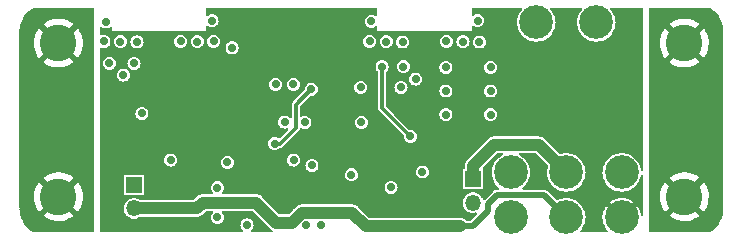
<source format=gbl>
%TF.GenerationSoftware,KiCad,Pcbnew,(6.0.6)*%
%TF.CreationDate,2022-12-06T18:53:10+01:00*%
%TF.ProjectId,sa_amp,73615f61-6d70-42e6-9b69-6361645f7063,rev?*%
%TF.SameCoordinates,Original*%
%TF.FileFunction,Copper,L4,Bot*%
%TF.FilePolarity,Positive*%
%FSLAX46Y46*%
G04 Gerber Fmt 4.6, Leading zero omitted, Abs format (unit mm)*
G04 Created by KiCad (PCBNEW (6.0.6)) date 2022-12-06 18:53:10*
%MOMM*%
%LPD*%
G01*
G04 APERTURE LIST*
%TA.AperFunction,ComponentPad*%
%ADD10C,3.100000*%
%TD*%
%TA.AperFunction,ComponentPad*%
%ADD11R,1.350000X1.350000*%
%TD*%
%TA.AperFunction,ComponentPad*%
%ADD12O,1.350000X1.350000*%
%TD*%
%TA.AperFunction,ComponentPad*%
%ADD13C,2.850000*%
%TD*%
%TA.AperFunction,ViaPad*%
%ADD14C,0.700000*%
%TD*%
%TA.AperFunction,Conductor*%
%ADD15C,1.000000*%
%TD*%
%TA.AperFunction,Conductor*%
%ADD16C,0.500000*%
%TD*%
%TA.AperFunction,Conductor*%
%ADD17C,0.300000*%
%TD*%
G04 APERTURE END LIST*
D10*
%TO.P,H2,1,1*%
%TO.N,GND*%
X156500000Y-103500000D03*
%TD*%
D11*
%TO.P,BT1,1,+*%
%TO.N,Net-(BT1-Pad1)*%
X138600000Y-115000000D03*
D12*
%TO.P,BT1,2,-*%
%TO.N,GND*%
X138600000Y-117000000D03*
%TD*%
D10*
%TO.P,H1,1,1*%
%TO.N,GND*%
X103500000Y-103500000D03*
%TD*%
%TO.P,H3,1,1*%
%TO.N,GND*%
X156500000Y-116500000D03*
%TD*%
%TO.P,H4,1,1*%
%TO.N,GND*%
X103500000Y-116500000D03*
%TD*%
D11*
%TO.P,BT2,1,+*%
%TO.N,GND*%
X109900000Y-115500000D03*
D12*
%TO.P,BT2,2,-*%
%TO.N,Net-(BT2-Pad2)*%
X109900000Y-117500000D03*
%TD*%
D13*
%TO.P,SW1,1,A*%
%TO.N,unconnected-(SW1-Pad1)*%
X141810000Y-114450000D03*
%TO.P,SW1,2,B*%
%TO.N,Net-(BT1-Pad1)*%
X146500000Y-114450000D03*
%TO.P,SW1,3,C*%
%TO.N,+9V*%
X151190000Y-114450000D03*
%TO.P,SW1,4,A*%
%TO.N,unconnected-(SW1-Pad4)*%
X141810000Y-118260000D03*
%TO.P,SW1,5,B*%
%TO.N,Net-(BT2-Pad2)*%
X146500000Y-118260000D03*
%TO.P,SW1,6,C*%
%TO.N,-9V*%
X151190000Y-118260000D03*
%TO.P,SW1,7,SHLD*%
%TO.N,GND*%
X143960000Y-101750000D03*
%TO.P,SW1,8,SHLD*%
X149040000Y-101750000D03*
%TD*%
D14*
%TO.N,+9V*%
X107800000Y-105200000D03*
X140100000Y-109550000D03*
X129150000Y-110200000D03*
X128312500Y-114650000D03*
X109900000Y-105200000D03*
X118200000Y-103900000D03*
X122663057Y-110175159D03*
X140100000Y-105550000D03*
X116962500Y-115750000D03*
X140100000Y-107550000D03*
X109000000Y-106200000D03*
X132500000Y-107250000D03*
%TO.N,GND*%
X119462500Y-118900000D03*
X132650000Y-103400000D03*
X117812500Y-113600000D03*
X156600000Y-110300000D03*
X113850000Y-103350000D03*
X124500000Y-118900000D03*
X130000000Y-101650000D03*
X134300000Y-114400000D03*
X123400000Y-107000000D03*
X124962500Y-113850000D03*
X156600000Y-108300000D03*
X124362500Y-110200000D03*
X136300000Y-109550000D03*
X131662500Y-115700000D03*
X132700000Y-105500000D03*
X136300000Y-107550000D03*
X116500000Y-101600000D03*
X123412500Y-113400000D03*
X110150000Y-103400000D03*
X136350000Y-103350000D03*
X136300000Y-105550000D03*
X131250000Y-103375000D03*
X129100000Y-107250000D03*
X139150000Y-103400000D03*
X116962500Y-118250000D03*
X125712500Y-118900000D03*
X139000000Y-101600000D03*
X107500000Y-101700000D03*
X116650000Y-103350000D03*
X156600000Y-112300000D03*
X108750000Y-103375000D03*
X115250000Y-103375000D03*
X133750000Y-106550000D03*
X113012500Y-113400000D03*
X121900000Y-107000000D03*
X137750000Y-103375000D03*
X110562500Y-109450000D03*
X107350000Y-103350000D03*
X129850000Y-103350000D03*
%TO.N,-9V*%
X152650000Y-110300000D03*
X127400000Y-101200000D03*
X131600000Y-117900000D03*
X152650000Y-108300000D03*
X114412500Y-112850000D03*
X126300000Y-109350000D03*
X126300000Y-110200000D03*
X127200000Y-111050000D03*
X109200000Y-112300000D03*
X123450000Y-117100000D03*
X152600000Y-112350000D03*
X134450000Y-108400000D03*
X111600000Y-112300000D03*
X134450000Y-109500000D03*
X126300000Y-111050000D03*
X126750000Y-107800000D03*
X127200000Y-109350000D03*
X133550000Y-108400000D03*
X133550000Y-109500000D03*
X127200000Y-110200000D03*
X120500000Y-105700000D03*
X126750000Y-112600000D03*
X110400000Y-112300000D03*
%TO.N,Net-(R7-Pad1)*%
X121800000Y-112000000D03*
X124900000Y-107400000D03*
%TO.N,Net-(D1-Pad1)*%
X133300000Y-111400000D03*
X130900000Y-105500000D03*
%TD*%
D15*
%TO.N,Net-(BT1-Pad1)*%
X138600000Y-115000000D02*
X138600000Y-113900000D01*
X138600000Y-113900000D02*
X140400000Y-112100000D01*
X140400000Y-112100000D02*
X144150000Y-112100000D01*
X144150000Y-112100000D02*
X146500000Y-114450000D01*
%TO.N,Net-(BT2-Pad2)*%
X123850000Y-118100000D02*
X123864214Y-118100000D01*
X123864214Y-118100000D02*
X124114214Y-117850000D01*
X109900000Y-117500000D02*
X115200000Y-117500000D01*
X129500000Y-119000000D02*
X137500000Y-119000000D01*
D16*
X139900000Y-117100000D02*
X139900000Y-117700000D01*
X140650000Y-116350000D02*
X139900000Y-117100000D01*
X146500000Y-118260000D02*
X144590000Y-116350000D01*
D15*
X120250000Y-117000000D02*
X121950000Y-118700000D01*
X115200000Y-117500000D02*
X115700000Y-117000000D01*
D16*
X144590000Y-116350000D02*
X140650000Y-116350000D01*
D15*
X121950000Y-118700000D02*
X123250000Y-118700000D01*
X128350000Y-117850000D02*
X129500000Y-119000000D01*
D16*
X139900000Y-117700000D02*
X138600000Y-119000000D01*
D15*
X124114214Y-117850000D02*
X128350000Y-117850000D01*
X123250000Y-118700000D02*
X123850000Y-118100000D01*
X115700000Y-117000000D02*
X120250000Y-117000000D01*
D16*
X138600000Y-119000000D02*
X137500000Y-119000000D01*
D17*
%TO.N,Net-(R7-Pad1)*%
X121800000Y-112000000D02*
X122300000Y-112000000D01*
X123600000Y-108700000D02*
X124900000Y-107400000D01*
X123600000Y-110700000D02*
X123600000Y-108700000D01*
X122300000Y-112000000D02*
X123600000Y-110700000D01*
%TO.N,Net-(D1-Pad1)*%
X130900000Y-109000000D02*
X133300000Y-111400000D01*
X130900000Y-105500000D02*
X130900000Y-109000000D01*
%TD*%
%TA.AperFunction,Conductor*%
%TO.N,GND*%
G36*
X158651975Y-100514278D02*
G01*
X158695864Y-100540809D01*
X158801142Y-100604452D01*
X158810980Y-100611243D01*
X159020132Y-100775103D01*
X159029081Y-100783030D01*
X159216970Y-100970919D01*
X159224897Y-100979868D01*
X159388757Y-101189020D01*
X159395548Y-101198858D01*
X159533008Y-101426244D01*
X159538563Y-101436827D01*
X159611553Y-101599006D01*
X159647613Y-101679127D01*
X159651852Y-101690305D01*
X159713123Y-101886928D01*
X159730900Y-101943977D01*
X159733759Y-101955578D01*
X159781656Y-102216944D01*
X159783095Y-102228796D01*
X159794071Y-102410246D01*
X159797547Y-102467712D01*
X159796724Y-102477628D01*
X159796862Y-102477628D01*
X159796842Y-102488776D01*
X159794344Y-102499641D01*
X159796804Y-102510513D01*
X159797059Y-102511638D01*
X159799500Y-102533488D01*
X159799500Y-117465983D01*
X159796982Y-117488169D01*
X159794344Y-117499641D01*
X159796805Y-117510517D01*
X159796786Y-117521664D01*
X159796757Y-117521664D01*
X159797578Y-117531772D01*
X159793309Y-117602349D01*
X159783781Y-117759874D01*
X159783096Y-117771197D01*
X159781656Y-117783056D01*
X159733761Y-118044415D01*
X159730902Y-118056015D01*
X159666639Y-118262244D01*
X159651852Y-118309695D01*
X159647613Y-118320873D01*
X159540023Y-118559929D01*
X159538564Y-118563170D01*
X159533008Y-118573756D01*
X159395548Y-118801142D01*
X159388757Y-118810980D01*
X159224897Y-119020132D01*
X159216970Y-119029081D01*
X159029081Y-119216970D01*
X159020132Y-119224897D01*
X158810980Y-119388757D01*
X158801142Y-119395548D01*
X158651975Y-119485722D01*
X158600760Y-119500000D01*
X153599000Y-119500000D01*
X153540809Y-119481093D01*
X153504845Y-119431593D01*
X153500000Y-119401000D01*
X153500000Y-118125405D01*
X155239634Y-118125405D01*
X155240088Y-118128276D01*
X155242283Y-118131030D01*
X155284925Y-118166686D01*
X155290368Y-118170640D01*
X155522357Y-118316166D01*
X155528293Y-118319350D01*
X155777889Y-118432046D01*
X155784198Y-118434393D01*
X156046780Y-118512173D01*
X156053341Y-118513639D01*
X156324055Y-118555064D01*
X156330761Y-118555627D01*
X156604596Y-118559929D01*
X156611300Y-118559578D01*
X156883180Y-118526677D01*
X156889803Y-118525413D01*
X157154692Y-118455920D01*
X157161062Y-118453777D01*
X157414088Y-118348970D01*
X157420105Y-118345983D01*
X157656564Y-118207808D01*
X157662119Y-118204033D01*
X157752186Y-118133411D01*
X157759625Y-118122341D01*
X157759549Y-118120266D01*
X157756891Y-118116101D01*
X156511086Y-116870296D01*
X156499203Y-116864242D01*
X156494172Y-116865038D01*
X155245688Y-118113522D01*
X155239634Y-118125405D01*
X153500000Y-118125405D01*
X153500000Y-116481768D01*
X154437498Y-116481768D01*
X154453263Y-116755179D01*
X154454105Y-116761842D01*
X154506831Y-117030588D01*
X154508571Y-117037080D01*
X154597281Y-117296184D01*
X154599885Y-117302379D01*
X154722942Y-117547048D01*
X154726361Y-117552829D01*
X154864770Y-117754217D01*
X154875351Y-117762336D01*
X154875750Y-117762347D01*
X154882399Y-117758391D01*
X156129704Y-116511086D01*
X156134946Y-116500797D01*
X156864242Y-116500797D01*
X156865038Y-116505828D01*
X158113223Y-117754013D01*
X158125106Y-117760067D01*
X158126327Y-117759874D01*
X158131169Y-117755760D01*
X158239692Y-117608024D01*
X158243294Y-117602349D01*
X158373971Y-117361671D01*
X158376772Y-117355553D01*
X158473577Y-117099367D01*
X158475519Y-117092932D01*
X158536658Y-116825985D01*
X158537712Y-116819333D01*
X158562185Y-116545128D01*
X158562377Y-116541271D01*
X158562789Y-116501937D01*
X158562677Y-116498065D01*
X158543953Y-116223410D01*
X158543040Y-116216741D01*
X158487503Y-115948566D01*
X158485698Y-115942101D01*
X158394277Y-115683935D01*
X158391606Y-115677762D01*
X158266003Y-115434413D01*
X158262510Y-115428644D01*
X158134522Y-115246535D01*
X158123854Y-115238525D01*
X158123176Y-115238515D01*
X158116942Y-115242268D01*
X156870296Y-116488914D01*
X156864242Y-116500797D01*
X156134946Y-116500797D01*
X156135758Y-116499203D01*
X156134962Y-116494172D01*
X154886261Y-115245471D01*
X154874378Y-115239417D01*
X154873433Y-115239566D01*
X154868260Y-115244008D01*
X154748807Y-115410246D01*
X154745255Y-115415974D01*
X154617109Y-115657998D01*
X154614369Y-115664152D01*
X154520257Y-115921329D01*
X154518380Y-115927790D01*
X154460038Y-116195364D01*
X154459056Y-116202016D01*
X154437569Y-116475035D01*
X154437498Y-116481768D01*
X153500000Y-116481768D01*
X153500000Y-114877477D01*
X155240257Y-114877477D01*
X155240368Y-114879827D01*
X155242793Y-114883583D01*
X156488914Y-116129704D01*
X156500797Y-116135758D01*
X156505828Y-116134962D01*
X157753862Y-114886928D01*
X157759916Y-114875045D01*
X157759505Y-114872448D01*
X157756996Y-114869334D01*
X157697553Y-114820681D01*
X157692069Y-114816784D01*
X157458566Y-114673693D01*
X157452609Y-114670578D01*
X157201835Y-114560496D01*
X157195508Y-114558219D01*
X156932134Y-114483194D01*
X156925535Y-114481792D01*
X156654419Y-114443207D01*
X156647704Y-114442713D01*
X156373835Y-114441279D01*
X156367141Y-114441700D01*
X156095622Y-114477447D01*
X156089009Y-114478780D01*
X155824869Y-114551041D01*
X155818503Y-114553258D01*
X155566613Y-114660698D01*
X155560605Y-114663759D01*
X155325623Y-114804393D01*
X155320095Y-114808235D01*
X155247579Y-114866330D01*
X155240257Y-114877477D01*
X153500000Y-114877477D01*
X153500000Y-105125405D01*
X155239634Y-105125405D01*
X155240088Y-105128276D01*
X155242283Y-105131030D01*
X155284925Y-105166686D01*
X155290368Y-105170640D01*
X155522357Y-105316166D01*
X155528293Y-105319350D01*
X155777889Y-105432046D01*
X155784198Y-105434393D01*
X156046780Y-105512173D01*
X156053341Y-105513639D01*
X156324055Y-105555064D01*
X156330761Y-105555627D01*
X156604596Y-105559929D01*
X156611300Y-105559578D01*
X156883180Y-105526677D01*
X156889803Y-105525413D01*
X157154692Y-105455920D01*
X157161062Y-105453777D01*
X157414088Y-105348970D01*
X157420105Y-105345983D01*
X157656564Y-105207808D01*
X157662119Y-105204033D01*
X157752186Y-105133411D01*
X157759625Y-105122341D01*
X157759549Y-105120266D01*
X157756891Y-105116101D01*
X156511086Y-103870296D01*
X156499203Y-103864242D01*
X156494172Y-103865038D01*
X155245688Y-105113522D01*
X155239634Y-105125405D01*
X153500000Y-105125405D01*
X153500000Y-103481768D01*
X154437498Y-103481768D01*
X154453263Y-103755179D01*
X154454105Y-103761842D01*
X154506831Y-104030588D01*
X154508571Y-104037080D01*
X154597281Y-104296184D01*
X154599885Y-104302379D01*
X154722942Y-104547048D01*
X154726361Y-104552829D01*
X154864770Y-104754217D01*
X154875351Y-104762336D01*
X154875750Y-104762347D01*
X154882399Y-104758391D01*
X156129704Y-103511086D01*
X156134946Y-103500797D01*
X156864242Y-103500797D01*
X156865038Y-103505828D01*
X158113223Y-104754013D01*
X158125106Y-104760067D01*
X158126327Y-104759874D01*
X158131169Y-104755760D01*
X158239692Y-104608024D01*
X158243294Y-104602349D01*
X158373971Y-104361671D01*
X158376772Y-104355553D01*
X158473577Y-104099367D01*
X158475519Y-104092932D01*
X158536658Y-103825985D01*
X158537712Y-103819333D01*
X158562185Y-103545128D01*
X158562377Y-103541271D01*
X158562789Y-103501937D01*
X158562677Y-103498065D01*
X158543953Y-103223410D01*
X158543040Y-103216741D01*
X158487503Y-102948566D01*
X158485698Y-102942101D01*
X158394277Y-102683935D01*
X158391606Y-102677762D01*
X158266003Y-102434413D01*
X158262510Y-102428644D01*
X158134522Y-102246535D01*
X158123854Y-102238525D01*
X158123176Y-102238515D01*
X158116942Y-102242268D01*
X156870296Y-103488914D01*
X156864242Y-103500797D01*
X156134946Y-103500797D01*
X156135758Y-103499203D01*
X156134962Y-103494172D01*
X154886261Y-102245471D01*
X154874378Y-102239417D01*
X154873433Y-102239566D01*
X154868260Y-102244008D01*
X154748807Y-102410246D01*
X154745255Y-102415974D01*
X154617109Y-102657998D01*
X154614369Y-102664152D01*
X154520257Y-102921329D01*
X154518380Y-102927790D01*
X154460038Y-103195364D01*
X154459056Y-103202016D01*
X154437569Y-103475035D01*
X154437498Y-103481768D01*
X153500000Y-103481768D01*
X153500000Y-101877477D01*
X155240257Y-101877477D01*
X155240368Y-101879827D01*
X155242793Y-101883583D01*
X156488914Y-103129704D01*
X156500797Y-103135758D01*
X156505828Y-103134962D01*
X157753862Y-101886928D01*
X157759916Y-101875045D01*
X157759505Y-101872448D01*
X157756996Y-101869334D01*
X157697553Y-101820681D01*
X157692069Y-101816784D01*
X157458566Y-101673693D01*
X157452609Y-101670578D01*
X157201835Y-101560496D01*
X157195508Y-101558219D01*
X156932134Y-101483194D01*
X156925535Y-101481792D01*
X156654419Y-101443207D01*
X156647704Y-101442713D01*
X156373835Y-101441279D01*
X156367141Y-101441700D01*
X156095622Y-101477447D01*
X156089009Y-101478780D01*
X155824869Y-101551041D01*
X155818503Y-101553258D01*
X155566613Y-101660698D01*
X155560605Y-101663759D01*
X155325623Y-101804393D01*
X155320095Y-101808235D01*
X155247579Y-101866330D01*
X155240257Y-101877477D01*
X153500000Y-101877477D01*
X153500000Y-100599000D01*
X153518907Y-100540809D01*
X153568407Y-100504845D01*
X153599000Y-100500000D01*
X158600760Y-100500000D01*
X158651975Y-100514278D01*
G37*
%TD.AperFunction*%
%TD*%
%TA.AperFunction,Conductor*%
%TO.N,GND*%
G36*
X106459191Y-100518907D02*
G01*
X106495155Y-100568407D01*
X106500000Y-100599000D01*
X106500000Y-119401000D01*
X106481093Y-119459191D01*
X106431593Y-119495155D01*
X106401000Y-119500000D01*
X101399240Y-119500000D01*
X101348025Y-119485722D01*
X101198858Y-119395548D01*
X101189020Y-119388757D01*
X100979868Y-119224897D01*
X100970919Y-119216970D01*
X100783030Y-119029081D01*
X100775103Y-119020132D01*
X100611243Y-118810980D01*
X100604452Y-118801142D01*
X100466992Y-118573756D01*
X100461436Y-118563170D01*
X100459978Y-118559929D01*
X100352387Y-118320873D01*
X100348148Y-118309695D01*
X100333361Y-118262244D01*
X100290721Y-118125405D01*
X102239634Y-118125405D01*
X102240088Y-118128276D01*
X102242283Y-118131030D01*
X102284925Y-118166686D01*
X102290368Y-118170640D01*
X102522357Y-118316166D01*
X102528293Y-118319350D01*
X102777889Y-118432046D01*
X102784198Y-118434393D01*
X103046780Y-118512173D01*
X103053341Y-118513639D01*
X103324055Y-118555064D01*
X103330761Y-118555627D01*
X103604596Y-118559929D01*
X103611300Y-118559578D01*
X103883180Y-118526677D01*
X103889803Y-118525413D01*
X104154692Y-118455920D01*
X104161062Y-118453777D01*
X104414088Y-118348970D01*
X104420105Y-118345983D01*
X104656564Y-118207808D01*
X104662119Y-118204033D01*
X104752186Y-118133411D01*
X104759625Y-118122341D01*
X104759549Y-118120266D01*
X104756891Y-118116101D01*
X103511086Y-116870296D01*
X103499203Y-116864242D01*
X103494172Y-116865038D01*
X102245688Y-118113522D01*
X102239634Y-118125405D01*
X100290721Y-118125405D01*
X100269098Y-118056015D01*
X100266239Y-118044415D01*
X100218344Y-117783056D01*
X100216904Y-117771197D01*
X100216220Y-117759874D01*
X100206691Y-117602349D01*
X100202469Y-117532548D01*
X100204207Y-117511810D01*
X100203747Y-117511757D01*
X100204389Y-117506179D01*
X100205655Y-117500718D01*
X100205656Y-117500000D01*
X100204412Y-117494545D01*
X100202980Y-117488266D01*
X100200500Y-117466248D01*
X100200500Y-116481768D01*
X101437498Y-116481768D01*
X101453263Y-116755179D01*
X101454105Y-116761842D01*
X101506831Y-117030588D01*
X101508571Y-117037080D01*
X101597281Y-117296184D01*
X101599885Y-117302379D01*
X101722942Y-117547048D01*
X101726361Y-117552829D01*
X101864770Y-117754217D01*
X101875351Y-117762336D01*
X101875750Y-117762347D01*
X101882399Y-117758391D01*
X103129704Y-116511086D01*
X103134946Y-116500797D01*
X103864242Y-116500797D01*
X103865038Y-116505828D01*
X105113223Y-117754013D01*
X105125106Y-117760067D01*
X105126327Y-117759874D01*
X105131169Y-117755760D01*
X105239692Y-117608024D01*
X105243294Y-117602349D01*
X105373971Y-117361671D01*
X105376772Y-117355553D01*
X105473577Y-117099367D01*
X105475519Y-117092932D01*
X105536658Y-116825985D01*
X105537712Y-116819333D01*
X105562185Y-116545128D01*
X105562377Y-116541271D01*
X105562789Y-116501937D01*
X105562677Y-116498065D01*
X105543953Y-116223410D01*
X105543040Y-116216741D01*
X105487503Y-115948566D01*
X105485698Y-115942101D01*
X105394277Y-115683935D01*
X105391606Y-115677762D01*
X105266003Y-115434413D01*
X105262510Y-115428644D01*
X105134522Y-115246535D01*
X105123854Y-115238525D01*
X105123176Y-115238515D01*
X105116942Y-115242268D01*
X103870296Y-116488914D01*
X103864242Y-116500797D01*
X103134946Y-116500797D01*
X103135758Y-116499203D01*
X103134962Y-116494172D01*
X101886261Y-115245471D01*
X101874378Y-115239417D01*
X101873433Y-115239566D01*
X101868260Y-115244008D01*
X101748807Y-115410246D01*
X101745255Y-115415974D01*
X101617109Y-115657998D01*
X101614369Y-115664152D01*
X101520257Y-115921329D01*
X101518380Y-115927790D01*
X101460038Y-116195364D01*
X101459056Y-116202016D01*
X101437569Y-116475035D01*
X101437498Y-116481768D01*
X100200500Y-116481768D01*
X100200500Y-114877477D01*
X102240257Y-114877477D01*
X102240368Y-114879827D01*
X102242793Y-114883583D01*
X103488914Y-116129704D01*
X103500797Y-116135758D01*
X103505828Y-116134962D01*
X104753862Y-114886928D01*
X104759916Y-114875045D01*
X104759505Y-114872448D01*
X104756996Y-114869334D01*
X104697553Y-114820681D01*
X104692069Y-114816784D01*
X104458566Y-114673693D01*
X104452609Y-114670578D01*
X104201835Y-114560496D01*
X104195508Y-114558219D01*
X103932134Y-114483194D01*
X103925535Y-114481792D01*
X103654419Y-114443207D01*
X103647704Y-114442713D01*
X103373835Y-114441279D01*
X103367141Y-114441700D01*
X103095622Y-114477447D01*
X103089009Y-114478780D01*
X102824869Y-114551041D01*
X102818503Y-114553258D01*
X102566613Y-114660698D01*
X102560605Y-114663759D01*
X102325623Y-114804393D01*
X102320095Y-114808235D01*
X102247579Y-114866330D01*
X102240257Y-114877477D01*
X100200500Y-114877477D01*
X100200500Y-105125405D01*
X102239634Y-105125405D01*
X102240088Y-105128276D01*
X102242283Y-105131030D01*
X102284925Y-105166686D01*
X102290368Y-105170640D01*
X102522357Y-105316166D01*
X102528293Y-105319350D01*
X102777889Y-105432046D01*
X102784198Y-105434393D01*
X103046780Y-105512173D01*
X103053341Y-105513639D01*
X103324055Y-105555064D01*
X103330761Y-105555627D01*
X103604596Y-105559929D01*
X103611300Y-105559578D01*
X103883180Y-105526677D01*
X103889803Y-105525413D01*
X104154692Y-105455920D01*
X104161062Y-105453777D01*
X104414088Y-105348970D01*
X104420105Y-105345983D01*
X104656564Y-105207808D01*
X104662119Y-105204033D01*
X104752186Y-105133411D01*
X104759625Y-105122341D01*
X104759549Y-105120266D01*
X104756891Y-105116101D01*
X103511086Y-103870296D01*
X103499203Y-103864242D01*
X103494172Y-103865038D01*
X102245688Y-105113522D01*
X102239634Y-105125405D01*
X100200500Y-105125405D01*
X100200500Y-103481768D01*
X101437498Y-103481768D01*
X101453263Y-103755179D01*
X101454105Y-103761842D01*
X101506831Y-104030588D01*
X101508571Y-104037080D01*
X101597281Y-104296184D01*
X101599885Y-104302379D01*
X101722942Y-104547048D01*
X101726361Y-104552829D01*
X101864770Y-104754217D01*
X101875351Y-104762336D01*
X101875750Y-104762347D01*
X101882399Y-104758391D01*
X103129704Y-103511086D01*
X103134946Y-103500797D01*
X103864242Y-103500797D01*
X103865038Y-103505828D01*
X105113223Y-104754013D01*
X105125106Y-104760067D01*
X105126327Y-104759874D01*
X105131169Y-104755760D01*
X105239692Y-104608024D01*
X105243294Y-104602349D01*
X105373971Y-104361671D01*
X105376772Y-104355553D01*
X105473577Y-104099367D01*
X105475519Y-104092932D01*
X105536658Y-103825985D01*
X105537712Y-103819333D01*
X105562185Y-103545128D01*
X105562377Y-103541271D01*
X105562789Y-103501937D01*
X105562677Y-103498065D01*
X105543953Y-103223410D01*
X105543040Y-103216741D01*
X105487503Y-102948566D01*
X105485698Y-102942101D01*
X105394277Y-102683935D01*
X105391606Y-102677762D01*
X105266003Y-102434413D01*
X105262510Y-102428644D01*
X105134522Y-102246535D01*
X105123854Y-102238525D01*
X105123176Y-102238515D01*
X105116942Y-102242268D01*
X103870296Y-103488914D01*
X103864242Y-103500797D01*
X103134946Y-103500797D01*
X103135758Y-103499203D01*
X103134962Y-103494172D01*
X101886261Y-102245471D01*
X101874378Y-102239417D01*
X101873433Y-102239566D01*
X101868260Y-102244008D01*
X101748807Y-102410246D01*
X101745255Y-102415974D01*
X101617109Y-102657998D01*
X101614369Y-102664152D01*
X101520257Y-102921329D01*
X101518380Y-102927790D01*
X101460038Y-103195364D01*
X101459056Y-103202016D01*
X101437569Y-103475035D01*
X101437498Y-103481768D01*
X100200500Y-103481768D01*
X100200500Y-102534281D01*
X100203057Y-102511926D01*
X100204388Y-102506183D01*
X100205655Y-102500718D01*
X100205656Y-102500000D01*
X100204413Y-102494549D01*
X100203791Y-102488995D01*
X100204159Y-102488954D01*
X100202438Y-102467973D01*
X100215896Y-102245471D01*
X100216905Y-102228797D01*
X100218345Y-102216936D01*
X100266241Y-101955578D01*
X100269100Y-101943977D01*
X100286878Y-101886928D01*
X100289823Y-101877477D01*
X102240257Y-101877477D01*
X102240368Y-101879827D01*
X102242793Y-101883583D01*
X103488914Y-103129704D01*
X103500797Y-103135758D01*
X103505828Y-103134962D01*
X104753862Y-101886928D01*
X104759916Y-101875045D01*
X104759505Y-101872448D01*
X104756996Y-101869334D01*
X104697553Y-101820681D01*
X104692069Y-101816784D01*
X104458566Y-101673693D01*
X104452609Y-101670578D01*
X104201835Y-101560496D01*
X104195508Y-101558219D01*
X103932134Y-101483194D01*
X103925535Y-101481792D01*
X103654419Y-101443207D01*
X103647704Y-101442713D01*
X103373835Y-101441279D01*
X103367141Y-101441700D01*
X103095622Y-101477447D01*
X103089009Y-101478780D01*
X102824869Y-101551041D01*
X102818503Y-101553258D01*
X102566613Y-101660698D01*
X102560605Y-101663759D01*
X102325623Y-101804393D01*
X102320095Y-101808235D01*
X102247579Y-101866330D01*
X102240257Y-101877477D01*
X100289823Y-101877477D01*
X100348148Y-101690305D01*
X100352387Y-101679127D01*
X100388447Y-101599006D01*
X100461437Y-101436827D01*
X100466992Y-101426244D01*
X100604452Y-101198858D01*
X100611243Y-101189020D01*
X100775103Y-100979868D01*
X100783030Y-100970919D01*
X100970919Y-100783030D01*
X100979868Y-100775103D01*
X101189020Y-100611243D01*
X101198858Y-100604452D01*
X101226984Y-100587449D01*
X101348025Y-100514278D01*
X101399240Y-100500000D01*
X106401000Y-100500000D01*
X106459191Y-100518907D01*
G37*
%TD.AperFunction*%
%TD*%
%TA.AperFunction,Conductor*%
%TO.N,-9V*%
G36*
X130459191Y-100518907D02*
G01*
X130495155Y-100568407D01*
X130500000Y-100599000D01*
X130500000Y-101139021D01*
X130481093Y-101197212D01*
X130431593Y-101233176D01*
X130370407Y-101233176D01*
X130340732Y-101217563D01*
X130282774Y-101173090D01*
X130277625Y-101169139D01*
X130143709Y-101113670D01*
X130137280Y-101112824D01*
X130137278Y-101112823D01*
X130006433Y-101095597D01*
X130000000Y-101094750D01*
X129993567Y-101095597D01*
X129862722Y-101112823D01*
X129862720Y-101112824D01*
X129856291Y-101113670D01*
X129722375Y-101169139D01*
X129607379Y-101257379D01*
X129603428Y-101262528D01*
X129597226Y-101270610D01*
X129519139Y-101372375D01*
X129463670Y-101506291D01*
X129444750Y-101650000D01*
X129445597Y-101656433D01*
X129458426Y-101753875D01*
X129463670Y-101793709D01*
X129519139Y-101927625D01*
X129523090Y-101932774D01*
X129599565Y-102032437D01*
X129607379Y-102042621D01*
X129722375Y-102130861D01*
X129856291Y-102186330D01*
X129862720Y-102187176D01*
X129862722Y-102187177D01*
X129993567Y-102204403D01*
X130000000Y-102205250D01*
X130006433Y-102204403D01*
X130137278Y-102187177D01*
X130137280Y-102187176D01*
X130143709Y-102186330D01*
X130277625Y-102130861D01*
X130340732Y-102082437D01*
X130398408Y-102062013D01*
X130457074Y-102079390D01*
X130494321Y-102127932D01*
X130500000Y-102160979D01*
X130500000Y-102500000D01*
X138500000Y-102500000D01*
X138500000Y-102110979D01*
X138518907Y-102052788D01*
X138568407Y-102016824D01*
X138629593Y-102016824D01*
X138659268Y-102032437D01*
X138722375Y-102080861D01*
X138856291Y-102136330D01*
X138862720Y-102137176D01*
X138862722Y-102137177D01*
X138993567Y-102154403D01*
X139000000Y-102155250D01*
X139006433Y-102154403D01*
X139137278Y-102137177D01*
X139137280Y-102137176D01*
X139143709Y-102136330D01*
X139277625Y-102080861D01*
X139392621Y-101992621D01*
X139480861Y-101877625D01*
X139536330Y-101743709D01*
X139555250Y-101600000D01*
X139551593Y-101572221D01*
X139537177Y-101462722D01*
X139537176Y-101462720D01*
X139536330Y-101456291D01*
X139480861Y-101322375D01*
X139401645Y-101219139D01*
X139396572Y-101212528D01*
X139392621Y-101207379D01*
X139277625Y-101119139D01*
X139143709Y-101063670D01*
X139137280Y-101062824D01*
X139137278Y-101062823D01*
X139006433Y-101045597D01*
X139000000Y-101044750D01*
X138993567Y-101045597D01*
X138862722Y-101062823D01*
X138862720Y-101062824D01*
X138856291Y-101063670D01*
X138722375Y-101119139D01*
X138661106Y-101166153D01*
X138659268Y-101167563D01*
X138601592Y-101187987D01*
X138542926Y-101170610D01*
X138505679Y-101122068D01*
X138500000Y-101089021D01*
X138500000Y-100599000D01*
X138518907Y-100540809D01*
X138568407Y-100504845D01*
X138599000Y-100500000D01*
X142675180Y-100500000D01*
X142733371Y-100518907D01*
X142769335Y-100568407D01*
X142769335Y-100629593D01*
X142750460Y-100663295D01*
X142640877Y-100791601D01*
X142507191Y-101009757D01*
X142409278Y-101246140D01*
X142408372Y-101249915D01*
X142408371Y-101249917D01*
X142390975Y-101322375D01*
X142349548Y-101494930D01*
X142349244Y-101498795D01*
X142349243Y-101498800D01*
X142337850Y-101643567D01*
X142329474Y-101750000D01*
X142329779Y-101753875D01*
X142345556Y-101954343D01*
X142349548Y-102005070D01*
X142369820Y-102089508D01*
X142397608Y-102205250D01*
X142409278Y-102253860D01*
X142507191Y-102490243D01*
X142640877Y-102708399D01*
X142807044Y-102902956D01*
X143001601Y-103069123D01*
X143219757Y-103202809D01*
X143456140Y-103300722D01*
X143459915Y-103301628D01*
X143459917Y-103301629D01*
X143593099Y-103333603D01*
X143704930Y-103360452D01*
X143708795Y-103360756D01*
X143708800Y-103360757D01*
X143956125Y-103380221D01*
X143960000Y-103380526D01*
X143963875Y-103380221D01*
X144211200Y-103360757D01*
X144211205Y-103360756D01*
X144215070Y-103360452D01*
X144326901Y-103333603D01*
X144460083Y-103301629D01*
X144460085Y-103301628D01*
X144463860Y-103300722D01*
X144700243Y-103202809D01*
X144918399Y-103069123D01*
X145112956Y-102902956D01*
X145279123Y-102708399D01*
X145412809Y-102490243D01*
X145510722Y-102253860D01*
X145522393Y-102205250D01*
X145550180Y-102089508D01*
X145570452Y-102005070D01*
X145574445Y-101954343D01*
X145590221Y-101753875D01*
X145590526Y-101750000D01*
X145582150Y-101643567D01*
X145570757Y-101498800D01*
X145570756Y-101498795D01*
X145570452Y-101494930D01*
X145529025Y-101322375D01*
X145511629Y-101249917D01*
X145511628Y-101249915D01*
X145510722Y-101246140D01*
X145412809Y-101009757D01*
X145279123Y-100791601D01*
X145169540Y-100663295D01*
X145146125Y-100606767D01*
X145160409Y-100547272D01*
X145206935Y-100507536D01*
X145244820Y-100500000D01*
X147755180Y-100500000D01*
X147813371Y-100518907D01*
X147849335Y-100568407D01*
X147849335Y-100629593D01*
X147830460Y-100663295D01*
X147720877Y-100791601D01*
X147587191Y-101009757D01*
X147489278Y-101246140D01*
X147488372Y-101249915D01*
X147488371Y-101249917D01*
X147470975Y-101322375D01*
X147429548Y-101494930D01*
X147429244Y-101498795D01*
X147429243Y-101498800D01*
X147417850Y-101643567D01*
X147409474Y-101750000D01*
X147409779Y-101753875D01*
X147425556Y-101954343D01*
X147429548Y-102005070D01*
X147449820Y-102089508D01*
X147477608Y-102205250D01*
X147489278Y-102253860D01*
X147587191Y-102490243D01*
X147720877Y-102708399D01*
X147887044Y-102902956D01*
X148081601Y-103069123D01*
X148299757Y-103202809D01*
X148536140Y-103300722D01*
X148539915Y-103301628D01*
X148539917Y-103301629D01*
X148673099Y-103333603D01*
X148784930Y-103360452D01*
X148788795Y-103360756D01*
X148788800Y-103360757D01*
X149036125Y-103380221D01*
X149040000Y-103380526D01*
X149043875Y-103380221D01*
X149291200Y-103360757D01*
X149291205Y-103360756D01*
X149295070Y-103360452D01*
X149406901Y-103333603D01*
X149540083Y-103301629D01*
X149540085Y-103301628D01*
X149543860Y-103300722D01*
X149780243Y-103202809D01*
X149998399Y-103069123D01*
X150192956Y-102902956D01*
X150359123Y-102708399D01*
X150492809Y-102490243D01*
X150590722Y-102253860D01*
X150602393Y-102205250D01*
X150630180Y-102089508D01*
X150650452Y-102005070D01*
X150654445Y-101954343D01*
X150670221Y-101753875D01*
X150670526Y-101750000D01*
X150662150Y-101643567D01*
X150650757Y-101498800D01*
X150650756Y-101498795D01*
X150650452Y-101494930D01*
X150609025Y-101322375D01*
X150591629Y-101249917D01*
X150591628Y-101249915D01*
X150590722Y-101246140D01*
X150492809Y-101009757D01*
X150359123Y-100791601D01*
X150249540Y-100663295D01*
X150226125Y-100606767D01*
X150240409Y-100547272D01*
X150286935Y-100507536D01*
X150324820Y-100500000D01*
X152901000Y-100500000D01*
X152959191Y-100518907D01*
X152995155Y-100568407D01*
X153000000Y-100599000D01*
X153000000Y-114210708D01*
X152981093Y-114268899D01*
X152931593Y-114304863D01*
X152870407Y-114304863D01*
X152820907Y-114268899D01*
X152802305Y-114218475D01*
X152800757Y-114198800D01*
X152800756Y-114198795D01*
X152800452Y-114194930D01*
X152756661Y-114012528D01*
X152741629Y-113949917D01*
X152741628Y-113949915D01*
X152740722Y-113946140D01*
X152642809Y-113709757D01*
X152509123Y-113491601D01*
X152478966Y-113456291D01*
X152357156Y-113313670D01*
X152342956Y-113297044D01*
X152237972Y-113207379D01*
X152151359Y-113133405D01*
X152151358Y-113133405D01*
X152148399Y-113130877D01*
X151930243Y-112997191D01*
X151693860Y-112899278D01*
X151690085Y-112898372D01*
X151690083Y-112898371D01*
X151542016Y-112862823D01*
X151445070Y-112839548D01*
X151441205Y-112839244D01*
X151441200Y-112839243D01*
X151193875Y-112819779D01*
X151190000Y-112819474D01*
X151186125Y-112819779D01*
X150938800Y-112839243D01*
X150938795Y-112839244D01*
X150934930Y-112839548D01*
X150837984Y-112862823D01*
X150689917Y-112898371D01*
X150689915Y-112898372D01*
X150686140Y-112899278D01*
X150449757Y-112997191D01*
X150231601Y-113130877D01*
X150228642Y-113133405D01*
X150228641Y-113133405D01*
X150142028Y-113207379D01*
X150037044Y-113297044D01*
X150022844Y-113313670D01*
X149901035Y-113456291D01*
X149870877Y-113491601D01*
X149737191Y-113709757D01*
X149639278Y-113946140D01*
X149638372Y-113949915D01*
X149638371Y-113949917D01*
X149623339Y-114012528D01*
X149579548Y-114194930D01*
X149579244Y-114198795D01*
X149579243Y-114198800D01*
X149570483Y-114310110D01*
X149559474Y-114450000D01*
X149559779Y-114453875D01*
X149578249Y-114688558D01*
X149579548Y-114705070D01*
X149580454Y-114708843D01*
X149634216Y-114932774D01*
X149639278Y-114953860D01*
X149737191Y-115190243D01*
X149870877Y-115408399D01*
X150037044Y-115602956D01*
X150231601Y-115769123D01*
X150449757Y-115902809D01*
X150686140Y-116000722D01*
X150689915Y-116001628D01*
X150689917Y-116001629D01*
X150819644Y-116032774D01*
X150934930Y-116060452D01*
X150938795Y-116060756D01*
X150938800Y-116060757D01*
X151186125Y-116080221D01*
X151190000Y-116080526D01*
X151193875Y-116080221D01*
X151441200Y-116060757D01*
X151441205Y-116060756D01*
X151445070Y-116060452D01*
X151560356Y-116032774D01*
X151690083Y-116001629D01*
X151690085Y-116001628D01*
X151693860Y-116000722D01*
X151930243Y-115902809D01*
X152148399Y-115769123D01*
X152342956Y-115602956D01*
X152509123Y-115408399D01*
X152642809Y-115190243D01*
X152740722Y-114953860D01*
X152745785Y-114932774D01*
X152799546Y-114708843D01*
X152800452Y-114705070D01*
X152801752Y-114688558D01*
X152802305Y-114681525D01*
X152825720Y-114624997D01*
X152877889Y-114593027D01*
X152938886Y-114597828D01*
X152985411Y-114637565D01*
X153000000Y-114689292D01*
X153000000Y-118027076D01*
X152981093Y-118085267D01*
X152931593Y-118121231D01*
X152870407Y-118121231D01*
X152820907Y-118085267D01*
X152802305Y-118034843D01*
X152800262Y-118008878D01*
X152799051Y-118001235D01*
X152741153Y-117760072D01*
X152738759Y-117752704D01*
X152643851Y-117523577D01*
X152640329Y-117516665D01*
X152510750Y-117305212D01*
X152506195Y-117298941D01*
X152483076Y-117271872D01*
X152471704Y-117264904D01*
X152468527Y-117265154D01*
X152466001Y-117266842D01*
X151260004Y-118472839D01*
X151205487Y-118500616D01*
X151145055Y-118491045D01*
X151119996Y-118472839D01*
X149918193Y-117271036D01*
X149906310Y-117264982D01*
X149903165Y-117265480D01*
X149900774Y-117267365D01*
X149873805Y-117298941D01*
X149869250Y-117305212D01*
X149739671Y-117516665D01*
X149736149Y-117523577D01*
X149641241Y-117752704D01*
X149638847Y-117760072D01*
X149580949Y-118001235D01*
X149579738Y-118008878D01*
X149560280Y-118256125D01*
X149560280Y-118263875D01*
X149579738Y-118511122D01*
X149580949Y-118518765D01*
X149638847Y-118759928D01*
X149641241Y-118767296D01*
X149736149Y-118996423D01*
X149739671Y-119003335D01*
X149869248Y-119214785D01*
X149873810Y-119221065D01*
X149972576Y-119336705D01*
X149995991Y-119393233D01*
X149981707Y-119452727D01*
X149935182Y-119492464D01*
X149897296Y-119500000D01*
X147793360Y-119500000D01*
X147735169Y-119481093D01*
X147699205Y-119431593D01*
X147699205Y-119370407D01*
X147718080Y-119336705D01*
X147727783Y-119325345D01*
X147809802Y-119229312D01*
X147816595Y-119221359D01*
X147816595Y-119221358D01*
X147819123Y-119218399D01*
X147952809Y-119000243D01*
X148050722Y-118763860D01*
X148058645Y-118730861D01*
X148102479Y-118548281D01*
X148110452Y-118515070D01*
X148111058Y-118507379D01*
X148130221Y-118263875D01*
X148130526Y-118260000D01*
X148126140Y-118204272D01*
X148110757Y-118008800D01*
X148110756Y-118008795D01*
X148110452Y-118004930D01*
X148071974Y-117844658D01*
X148051629Y-117759917D01*
X148051628Y-117759915D01*
X148050722Y-117756140D01*
X147952809Y-117519757D01*
X147819123Y-117301601D01*
X147807005Y-117287412D01*
X147686972Y-117146872D01*
X147652956Y-117107044D01*
X147512467Y-116987055D01*
X147502211Y-116978296D01*
X150194904Y-116978296D01*
X150195154Y-116981473D01*
X150196842Y-116983999D01*
X151178914Y-117966071D01*
X151190797Y-117972125D01*
X151195828Y-117971329D01*
X152178964Y-116988193D01*
X152185018Y-116976310D01*
X152184520Y-116973165D01*
X152182635Y-116970774D01*
X152151059Y-116943805D01*
X152144788Y-116939250D01*
X151933335Y-116809671D01*
X151926423Y-116806149D01*
X151697296Y-116711241D01*
X151689928Y-116708847D01*
X151448765Y-116650949D01*
X151441122Y-116649738D01*
X151193875Y-116630280D01*
X151186125Y-116630280D01*
X150938878Y-116649738D01*
X150931235Y-116650949D01*
X150690072Y-116708847D01*
X150682704Y-116711241D01*
X150453577Y-116806149D01*
X150446665Y-116809671D01*
X150235212Y-116939250D01*
X150228941Y-116943805D01*
X150201872Y-116966924D01*
X150194904Y-116978296D01*
X147502211Y-116978296D01*
X147461359Y-116943405D01*
X147461358Y-116943405D01*
X147458399Y-116940877D01*
X147240243Y-116807191D01*
X147003860Y-116709278D01*
X147000085Y-116708372D01*
X147000083Y-116708371D01*
X146866901Y-116676397D01*
X146755070Y-116649548D01*
X146751205Y-116649244D01*
X146751200Y-116649243D01*
X146503875Y-116629779D01*
X146500000Y-116629474D01*
X146496125Y-116629779D01*
X146248800Y-116649243D01*
X146248795Y-116649244D01*
X146244930Y-116649548D01*
X146133099Y-116676397D01*
X145999917Y-116708371D01*
X145999915Y-116708372D01*
X145996140Y-116709278D01*
X145767511Y-116803979D01*
X145706515Y-116808780D01*
X145659622Y-116782519D01*
X144931619Y-116054516D01*
X144923877Y-116045803D01*
X144909547Y-116027625D01*
X144901872Y-116017890D01*
X144853251Y-115984286D01*
X144850728Y-115982483D01*
X144809139Y-115951764D01*
X144809137Y-115951763D01*
X144803184Y-115947366D01*
X144796368Y-115944973D01*
X144790431Y-115940869D01*
X144783372Y-115938636D01*
X144783371Y-115938636D01*
X144763027Y-115932202D01*
X144734071Y-115923044D01*
X144731186Y-115922082D01*
X144675369Y-115902481D01*
X144669327Y-115902244D01*
X144666653Y-115901723D01*
X144661270Y-115900020D01*
X144654663Y-115899500D01*
X144601459Y-115899500D01*
X144597572Y-115899424D01*
X144547397Y-115897452D01*
X144547394Y-115897452D01*
X144540006Y-115897162D01*
X144533228Y-115898959D01*
X144523403Y-115899500D01*
X142884098Y-115899500D01*
X142825907Y-115880593D01*
X142789943Y-115831093D01*
X142789943Y-115769907D01*
X142819803Y-115725220D01*
X142959989Y-115605490D01*
X142962956Y-115602956D01*
X143129123Y-115408399D01*
X143262809Y-115190243D01*
X143360722Y-114953860D01*
X143365785Y-114932774D01*
X143419546Y-114708843D01*
X143420452Y-114705070D01*
X143421752Y-114688558D01*
X143440221Y-114453875D01*
X143440526Y-114450000D01*
X143429517Y-114310110D01*
X143420757Y-114198800D01*
X143420756Y-114198795D01*
X143420452Y-114194930D01*
X143376661Y-114012528D01*
X143361629Y-113949917D01*
X143361628Y-113949915D01*
X143360722Y-113946140D01*
X143262809Y-113709757D01*
X143129123Y-113491601D01*
X143098966Y-113456291D01*
X142977156Y-113313670D01*
X142962956Y-113297044D01*
X142857972Y-113207379D01*
X142771359Y-113133405D01*
X142771358Y-113133405D01*
X142768399Y-113130877D01*
X142550243Y-112997191D01*
X142535210Y-112990964D01*
X142488684Y-112951227D01*
X142474401Y-112891732D01*
X142497816Y-112835204D01*
X142549986Y-112803235D01*
X142573096Y-112800500D01*
X143818836Y-112800500D01*
X143877027Y-112819407D01*
X143888840Y-112829496D01*
X144920955Y-113861612D01*
X144948732Y-113916129D01*
X144947216Y-113954727D01*
X144913599Y-114094750D01*
X144889548Y-114194930D01*
X144889244Y-114198795D01*
X144889243Y-114198800D01*
X144880483Y-114310110D01*
X144869474Y-114450000D01*
X144869779Y-114453875D01*
X144888249Y-114688558D01*
X144889548Y-114705070D01*
X144890454Y-114708843D01*
X144944216Y-114932774D01*
X144949278Y-114953860D01*
X145047191Y-115190243D01*
X145180877Y-115408399D01*
X145347044Y-115602956D01*
X145541601Y-115769123D01*
X145759757Y-115902809D01*
X145996140Y-116000722D01*
X145999915Y-116001628D01*
X145999917Y-116001629D01*
X146129644Y-116032774D01*
X146244930Y-116060452D01*
X146248795Y-116060756D01*
X146248800Y-116060757D01*
X146496125Y-116080221D01*
X146500000Y-116080526D01*
X146503875Y-116080221D01*
X146751200Y-116060757D01*
X146751205Y-116060756D01*
X146755070Y-116060452D01*
X146870356Y-116032774D01*
X147000083Y-116001629D01*
X147000085Y-116001628D01*
X147003860Y-116000722D01*
X147240243Y-115902809D01*
X147458399Y-115769123D01*
X147652956Y-115602956D01*
X147819123Y-115408399D01*
X147952809Y-115190243D01*
X148050722Y-114953860D01*
X148055785Y-114932774D01*
X148109546Y-114708843D01*
X148110452Y-114705070D01*
X148111752Y-114688558D01*
X148130221Y-114453875D01*
X148130526Y-114450000D01*
X148119517Y-114310110D01*
X148110757Y-114198800D01*
X148110756Y-114198795D01*
X148110452Y-114194930D01*
X148066661Y-114012528D01*
X148051629Y-113949917D01*
X148051628Y-113949915D01*
X148050722Y-113946140D01*
X147952809Y-113709757D01*
X147819123Y-113491601D01*
X147788966Y-113456291D01*
X147667156Y-113313670D01*
X147652956Y-113297044D01*
X147547972Y-113207379D01*
X147461359Y-113133405D01*
X147461358Y-113133405D01*
X147458399Y-113130877D01*
X147240243Y-112997191D01*
X147003860Y-112899278D01*
X147000085Y-112898372D01*
X147000083Y-112898371D01*
X146852016Y-112862823D01*
X146755070Y-112839548D01*
X146751205Y-112839244D01*
X146751200Y-112839243D01*
X146503875Y-112819779D01*
X146500000Y-112819474D01*
X146496125Y-112819779D01*
X146248800Y-112839243D01*
X146248795Y-112839244D01*
X146244930Y-112839548D01*
X146172376Y-112856967D01*
X146004727Y-112897216D01*
X145943730Y-112892415D01*
X145911612Y-112870955D01*
X144664923Y-111624266D01*
X144660324Y-111619342D01*
X144626092Y-111580101D01*
X144622169Y-111575604D01*
X144569939Y-111538897D01*
X144565786Y-111535812D01*
X144564149Y-111534528D01*
X144541355Y-111516655D01*
X144520242Y-111500100D01*
X144520239Y-111500098D01*
X144515543Y-111496416D01*
X144510099Y-111493958D01*
X144507165Y-111492633D01*
X144490972Y-111483398D01*
X144483453Y-111478113D01*
X144477894Y-111475946D01*
X144477891Y-111475944D01*
X144423973Y-111454922D01*
X144419197Y-111452914D01*
X144390920Y-111440147D01*
X144361016Y-111426645D01*
X144351975Y-111424969D01*
X144334062Y-111419867D01*
X144325487Y-111416524D01*
X144262181Y-111408190D01*
X144257086Y-111407384D01*
X144224913Y-111401420D01*
X144200180Y-111396836D01*
X144200177Y-111396836D01*
X144194308Y-111395748D01*
X144133203Y-111399271D01*
X144132076Y-111399336D01*
X144126378Y-111399500D01*
X140427724Y-111399500D01*
X140420990Y-111399271D01*
X140363070Y-111395322D01*
X140357199Y-111396347D01*
X140357194Y-111396347D01*
X140300180Y-111406298D01*
X140295053Y-111407055D01*
X140237604Y-111414007D01*
X140237603Y-111414007D01*
X140231680Y-111414724D01*
X140223068Y-111417978D01*
X140205105Y-111422892D01*
X140196046Y-111424473D01*
X140190584Y-111426871D01*
X140190583Y-111426871D01*
X140137593Y-111450132D01*
X140132795Y-111452090D01*
X140073077Y-111474655D01*
X140068160Y-111478035D01*
X140068157Y-111478036D01*
X140065498Y-111479864D01*
X140049220Y-111488925D01*
X140040797Y-111492622D01*
X140015302Y-111512185D01*
X139990153Y-111531482D01*
X139985961Y-111534528D01*
X139963882Y-111549703D01*
X139933349Y-111570688D01*
X139929382Y-111575141D01*
X139929378Y-111575144D01*
X139891893Y-111617217D01*
X139887980Y-111621363D01*
X138124265Y-113385078D01*
X138119341Y-113389677D01*
X138075604Y-113427831D01*
X138054838Y-113457379D01*
X138038903Y-113480052D01*
X138035818Y-113484205D01*
X137996416Y-113534457D01*
X137993958Y-113539900D01*
X137993958Y-113539901D01*
X137992633Y-113542835D01*
X137983398Y-113559028D01*
X137978113Y-113566547D01*
X137975946Y-113572106D01*
X137975944Y-113572109D01*
X137954922Y-113626027D01*
X137952914Y-113630803D01*
X137926645Y-113688984D01*
X137925558Y-113694851D01*
X137924969Y-113698026D01*
X137919867Y-113715938D01*
X137916524Y-113724513D01*
X137915745Y-113730432D01*
X137908192Y-113787808D01*
X137907384Y-113792914D01*
X137895748Y-113855692D01*
X137899263Y-113916655D01*
X137899336Y-113917924D01*
X137899500Y-113923622D01*
X137899500Y-114050201D01*
X137880593Y-114108392D01*
X137846297Y-114135427D01*
X137846769Y-114136133D01*
X137780448Y-114180448D01*
X137736133Y-114246769D01*
X137734231Y-114256332D01*
X137734230Y-114256334D01*
X137731731Y-114268899D01*
X137724500Y-114305252D01*
X137724500Y-115694748D01*
X137729721Y-115720995D01*
X137734211Y-115743567D01*
X137736133Y-115753231D01*
X137780448Y-115819552D01*
X137846769Y-115863867D01*
X137856332Y-115865769D01*
X137856334Y-115865770D01*
X137879005Y-115870279D01*
X137905252Y-115875500D01*
X139294748Y-115875500D01*
X139320995Y-115870279D01*
X139343666Y-115865770D01*
X139343668Y-115865769D01*
X139353231Y-115863867D01*
X139419552Y-115819552D01*
X139463867Y-115753231D01*
X139465790Y-115743567D01*
X139470279Y-115720995D01*
X139475500Y-115694748D01*
X139475500Y-114305252D01*
X139468269Y-114268899D01*
X139465770Y-114256334D01*
X139465769Y-114256332D01*
X139463867Y-114246769D01*
X139420894Y-114182456D01*
X139404285Y-114123569D01*
X139425462Y-114066166D01*
X139433205Y-114057451D01*
X140661160Y-112829496D01*
X140715677Y-112801719D01*
X140731164Y-112800500D01*
X141046904Y-112800500D01*
X141105095Y-112819407D01*
X141141059Y-112868907D01*
X141141059Y-112930093D01*
X141105095Y-112979593D01*
X141084790Y-112990964D01*
X141069757Y-112997191D01*
X140851601Y-113130877D01*
X140848642Y-113133405D01*
X140848641Y-113133405D01*
X140762028Y-113207379D01*
X140657044Y-113297044D01*
X140642844Y-113313670D01*
X140521035Y-113456291D01*
X140490877Y-113491601D01*
X140357191Y-113709757D01*
X140259278Y-113946140D01*
X140258372Y-113949915D01*
X140258371Y-113949917D01*
X140243339Y-114012528D01*
X140199548Y-114194930D01*
X140199244Y-114198795D01*
X140199243Y-114198800D01*
X140190483Y-114310110D01*
X140179474Y-114450000D01*
X140179779Y-114453875D01*
X140198249Y-114688558D01*
X140199548Y-114705070D01*
X140200454Y-114708843D01*
X140254216Y-114932774D01*
X140259278Y-114953860D01*
X140357191Y-115190243D01*
X140490877Y-115408399D01*
X140657044Y-115602956D01*
X140660011Y-115605490D01*
X140800197Y-115725220D01*
X140832167Y-115777389D01*
X140827366Y-115838386D01*
X140787629Y-115884911D01*
X140735902Y-115899500D01*
X140682626Y-115899500D01*
X140670990Y-115898814D01*
X140669453Y-115898632D01*
X140635689Y-115894636D01*
X140628413Y-115895965D01*
X140628409Y-115895965D01*
X140577573Y-115905250D01*
X140574505Y-115905761D01*
X140527493Y-115912829D01*
X140516038Y-115914551D01*
X140509525Y-115917679D01*
X140502427Y-115918975D01*
X140468656Y-115936517D01*
X140450002Y-115946207D01*
X140447236Y-115947590D01*
X140393921Y-115973191D01*
X140389481Y-115977295D01*
X140387218Y-115978820D01*
X140382211Y-115981421D01*
X140377172Y-115985725D01*
X140339540Y-116023357D01*
X140336737Y-116026051D01*
X140299876Y-116060124D01*
X140299874Y-116060127D01*
X140294444Y-116065146D01*
X140290922Y-116071210D01*
X140284362Y-116078535D01*
X139604516Y-116758381D01*
X139595801Y-116766124D01*
X139586953Y-116773099D01*
X139529549Y-116794276D01*
X139470661Y-116777667D01*
X139431510Y-116725945D01*
X139405820Y-116646880D01*
X139405816Y-116646870D01*
X139404214Y-116641941D01*
X139401622Y-116637452D01*
X139401620Y-116637447D01*
X139314790Y-116487055D01*
X139312195Y-116482560D01*
X139308727Y-116478708D01*
X139308723Y-116478703D01*
X139192520Y-116349646D01*
X139192516Y-116349642D01*
X139189050Y-116345793D01*
X139040161Y-116237619D01*
X139035429Y-116235512D01*
X139035427Y-116235511D01*
X138876774Y-116164874D01*
X138876771Y-116164873D01*
X138872034Y-116162764D01*
X138692019Y-116124500D01*
X138507981Y-116124500D01*
X138327966Y-116162764D01*
X138323229Y-116164873D01*
X138323226Y-116164874D01*
X138164573Y-116235511D01*
X138164571Y-116235512D01*
X138159839Y-116237619D01*
X138010950Y-116345793D01*
X138007484Y-116349642D01*
X138007480Y-116349646D01*
X137891277Y-116478703D01*
X137891273Y-116478708D01*
X137887805Y-116482560D01*
X137885210Y-116487055D01*
X137798380Y-116637447D01*
X137798378Y-116637452D01*
X137795786Y-116641941D01*
X137789020Y-116662764D01*
X137740517Y-116812039D01*
X137740516Y-116812044D01*
X137738915Y-116816971D01*
X137719678Y-117000000D01*
X137738915Y-117183029D01*
X137740516Y-117187956D01*
X137740517Y-117187961D01*
X137767510Y-117271036D01*
X137795786Y-117358059D01*
X137798378Y-117362548D01*
X137798380Y-117362553D01*
X137862128Y-117472967D01*
X137887805Y-117517440D01*
X137891273Y-117521292D01*
X137891277Y-117521297D01*
X138007480Y-117650354D01*
X138007484Y-117650358D01*
X138010950Y-117654207D01*
X138159839Y-117762381D01*
X138164571Y-117764488D01*
X138164573Y-117764489D01*
X138323226Y-117835126D01*
X138323229Y-117835127D01*
X138327966Y-117837236D01*
X138402731Y-117853128D01*
X138502905Y-117874421D01*
X138507981Y-117875500D01*
X138692019Y-117875500D01*
X138697090Y-117874422D01*
X138697101Y-117874421D01*
X138867205Y-117838263D01*
X138928055Y-117844658D01*
X138973525Y-117885599D01*
X138986247Y-117945447D01*
X138957793Y-118005103D01*
X138442393Y-118520504D01*
X138387876Y-118548281D01*
X138372389Y-118549500D01*
X138081645Y-118549500D01*
X138023454Y-118530593D01*
X138007042Y-118515580D01*
X137976092Y-118480101D01*
X137972169Y-118475604D01*
X137859842Y-118396659D01*
X137838335Y-118381544D01*
X137838334Y-118381544D01*
X137833453Y-118378113D01*
X137675487Y-118316524D01*
X137669572Y-118315745D01*
X137669571Y-118315745D01*
X137549387Y-118299923D01*
X137546174Y-118299500D01*
X129831165Y-118299500D01*
X129772974Y-118280593D01*
X129761161Y-118270504D01*
X128864922Y-117374265D01*
X128860323Y-117369341D01*
X128826092Y-117330101D01*
X128822169Y-117325604D01*
X128809886Y-117316971D01*
X128769948Y-117288903D01*
X128765786Y-117285812D01*
X128764149Y-117284528D01*
X128739856Y-117265480D01*
X128720242Y-117250100D01*
X128720239Y-117250098D01*
X128715543Y-117246416D01*
X128710099Y-117243958D01*
X128707165Y-117242633D01*
X128690972Y-117233398D01*
X128683453Y-117228113D01*
X128677894Y-117225946D01*
X128677891Y-117225944D01*
X128623973Y-117204922D01*
X128619197Y-117202914D01*
X128590920Y-117190147D01*
X128561016Y-117176645D01*
X128551975Y-117174969D01*
X128534062Y-117169867D01*
X128525487Y-117166524D01*
X128462181Y-117158190D01*
X128457086Y-117157384D01*
X128424913Y-117151420D01*
X128400180Y-117146836D01*
X128400177Y-117146836D01*
X128394308Y-117145748D01*
X128333203Y-117149271D01*
X128332076Y-117149336D01*
X128326378Y-117149500D01*
X124141938Y-117149500D01*
X124135204Y-117149271D01*
X124077284Y-117145322D01*
X124071413Y-117146347D01*
X124071408Y-117146347D01*
X124014394Y-117156298D01*
X124009267Y-117157055D01*
X123951818Y-117164007D01*
X123951817Y-117164007D01*
X123945894Y-117164724D01*
X123937282Y-117167978D01*
X123919319Y-117172892D01*
X123910260Y-117174473D01*
X123904798Y-117176871D01*
X123904797Y-117176871D01*
X123851807Y-117200132D01*
X123847009Y-117202090D01*
X123787291Y-117224655D01*
X123782374Y-117228035D01*
X123782371Y-117228036D01*
X123779712Y-117229864D01*
X123763434Y-117238925D01*
X123755011Y-117242622D01*
X123729516Y-117262185D01*
X123704367Y-117281482D01*
X123700175Y-117284528D01*
X123670080Y-117305212D01*
X123647563Y-117320688D01*
X123643596Y-117325141D01*
X123643592Y-117325144D01*
X123606107Y-117367217D01*
X123602194Y-117371363D01*
X123452995Y-117520562D01*
X123443259Y-117529100D01*
X123440143Y-117531491D01*
X123435950Y-117534536D01*
X123383349Y-117570688D01*
X123379381Y-117575142D01*
X123341877Y-117617235D01*
X123337963Y-117621381D01*
X122988839Y-117970504D01*
X122934323Y-117998281D01*
X122918836Y-117999500D01*
X122281164Y-117999500D01*
X122222973Y-117980593D01*
X122211160Y-117970504D01*
X121490757Y-117250100D01*
X120764923Y-116524266D01*
X120760324Y-116519342D01*
X120726092Y-116480101D01*
X120722169Y-116475604D01*
X120669939Y-116438897D01*
X120665786Y-116435812D01*
X120660271Y-116431487D01*
X120646868Y-116420978D01*
X120620242Y-116400100D01*
X120620239Y-116400098D01*
X120615543Y-116396416D01*
X120610099Y-116393958D01*
X120607165Y-116392633D01*
X120590972Y-116383398D01*
X120583453Y-116378113D01*
X120577894Y-116375946D01*
X120577891Y-116375944D01*
X120523973Y-116354922D01*
X120519197Y-116352914D01*
X120490920Y-116340147D01*
X120461016Y-116326645D01*
X120451975Y-116324969D01*
X120434062Y-116319867D01*
X120425487Y-116316524D01*
X120362181Y-116308190D01*
X120357086Y-116307384D01*
X120324913Y-116301420D01*
X120300180Y-116296836D01*
X120300177Y-116296836D01*
X120294308Y-116295748D01*
X120233203Y-116299271D01*
X120232076Y-116299336D01*
X120226378Y-116299500D01*
X117435496Y-116299500D01*
X117377305Y-116280593D01*
X117341341Y-116231093D01*
X117341341Y-116169907D01*
X117356954Y-116140232D01*
X117368199Y-116125578D01*
X117443361Y-116027625D01*
X117498830Y-115893709D01*
X117499989Y-115884911D01*
X117516903Y-115756433D01*
X117517750Y-115750000D01*
X117511167Y-115700000D01*
X131107250Y-115700000D01*
X131108097Y-115706433D01*
X131122990Y-115819552D01*
X131126170Y-115843709D01*
X131181639Y-115977625D01*
X131269879Y-116092621D01*
X131384875Y-116180861D01*
X131518791Y-116236330D01*
X131525220Y-116237176D01*
X131525222Y-116237177D01*
X131634721Y-116251593D01*
X131647165Y-116253231D01*
X131656067Y-116254403D01*
X131662500Y-116255250D01*
X131668933Y-116254403D01*
X131677836Y-116253231D01*
X131690279Y-116251593D01*
X131799778Y-116237177D01*
X131799780Y-116237176D01*
X131806209Y-116236330D01*
X131940125Y-116180861D01*
X132055121Y-116092621D01*
X132143361Y-115977625D01*
X132198830Y-115843709D01*
X132202011Y-115819552D01*
X132216903Y-115706433D01*
X132217750Y-115700000D01*
X132214093Y-115672221D01*
X132199677Y-115562722D01*
X132199676Y-115562720D01*
X132198830Y-115556291D01*
X132143361Y-115422375D01*
X132055121Y-115307379D01*
X131940125Y-115219139D01*
X131806209Y-115163670D01*
X131799780Y-115162824D01*
X131799778Y-115162823D01*
X131668933Y-115145597D01*
X131662500Y-115144750D01*
X131656067Y-115145597D01*
X131525222Y-115162823D01*
X131525220Y-115162824D01*
X131518791Y-115163670D01*
X131384875Y-115219139D01*
X131269879Y-115307379D01*
X131181639Y-115422375D01*
X131126170Y-115556291D01*
X131125324Y-115562720D01*
X131125323Y-115562722D01*
X131110907Y-115672221D01*
X131107250Y-115700000D01*
X117511167Y-115700000D01*
X117498830Y-115606291D01*
X117443361Y-115472375D01*
X117355121Y-115357379D01*
X117240125Y-115269139D01*
X117106209Y-115213670D01*
X117099780Y-115212824D01*
X117099778Y-115212823D01*
X116968933Y-115195597D01*
X116962500Y-115194750D01*
X116956067Y-115195597D01*
X116825222Y-115212823D01*
X116825220Y-115212824D01*
X116818791Y-115213670D01*
X116684875Y-115269139D01*
X116569879Y-115357379D01*
X116481639Y-115472375D01*
X116426170Y-115606291D01*
X116407250Y-115750000D01*
X116408097Y-115756433D01*
X116425012Y-115884911D01*
X116426170Y-115893709D01*
X116481639Y-116027625D01*
X116556802Y-116125578D01*
X116568046Y-116140232D01*
X116588470Y-116197908D01*
X116571093Y-116256574D01*
X116522551Y-116293821D01*
X116489504Y-116299500D01*
X115727729Y-116299500D01*
X115720995Y-116299271D01*
X115720683Y-116299250D01*
X115663070Y-116295322D01*
X115619960Y-116302846D01*
X115600182Y-116306297D01*
X115595057Y-116307054D01*
X115537602Y-116314007D01*
X115537599Y-116314008D01*
X115531680Y-116314724D01*
X115523079Y-116317974D01*
X115505105Y-116322891D01*
X115501929Y-116323445D01*
X115501926Y-116323446D01*
X115496047Y-116324472D01*
X115490579Y-116326872D01*
X115490580Y-116326872D01*
X115437590Y-116350132D01*
X115432794Y-116352090D01*
X115373077Y-116374655D01*
X115368160Y-116378034D01*
X115368157Y-116378036D01*
X115365501Y-116379862D01*
X115349219Y-116388925D01*
X115340798Y-116392621D01*
X115336066Y-116396252D01*
X115336061Y-116396255D01*
X115290146Y-116431487D01*
X115285954Y-116434533D01*
X115233349Y-116470688D01*
X115229382Y-116475141D01*
X115229378Y-116475144D01*
X115191877Y-116517235D01*
X115187963Y-116521381D01*
X114938839Y-116770504D01*
X114884323Y-116798281D01*
X114868836Y-116799500D01*
X110457501Y-116799500D01*
X110399310Y-116780593D01*
X110344352Y-116740664D01*
X110340161Y-116737619D01*
X110335429Y-116735512D01*
X110335427Y-116735511D01*
X110176774Y-116664874D01*
X110176771Y-116664873D01*
X110172034Y-116662764D01*
X110052929Y-116637447D01*
X109997091Y-116625578D01*
X109997090Y-116625578D01*
X109992019Y-116624500D01*
X109807981Y-116624500D01*
X109802910Y-116625578D01*
X109802909Y-116625578D01*
X109747071Y-116637447D01*
X109627966Y-116662764D01*
X109623229Y-116664873D01*
X109623226Y-116664874D01*
X109464573Y-116735511D01*
X109464571Y-116735512D01*
X109459839Y-116737619D01*
X109310950Y-116845793D01*
X109307484Y-116849642D01*
X109307480Y-116849646D01*
X109191277Y-116978703D01*
X109191273Y-116978708D01*
X109187805Y-116982560D01*
X109177736Y-117000000D01*
X109098380Y-117137447D01*
X109098378Y-117137452D01*
X109095786Y-117141941D01*
X109084112Y-117177871D01*
X109040517Y-117312039D01*
X109040516Y-117312044D01*
X109038915Y-117316971D01*
X109019678Y-117500000D01*
X109038915Y-117683029D01*
X109040516Y-117687956D01*
X109040517Y-117687961D01*
X109066894Y-117769139D01*
X109095786Y-117858059D01*
X109098378Y-117862548D01*
X109098380Y-117862553D01*
X109111686Y-117885599D01*
X109187805Y-118017440D01*
X109191273Y-118021292D01*
X109191277Y-118021297D01*
X109307480Y-118150354D01*
X109307484Y-118150358D01*
X109310950Y-118154207D01*
X109459839Y-118262381D01*
X109464571Y-118264488D01*
X109464573Y-118264489D01*
X109623226Y-118335126D01*
X109623229Y-118335127D01*
X109627966Y-118337236D01*
X109633039Y-118338314D01*
X109633038Y-118338314D01*
X109764008Y-118366153D01*
X109807981Y-118375500D01*
X109992019Y-118375500D01*
X110035993Y-118366153D01*
X110166962Y-118338314D01*
X110166961Y-118338314D01*
X110172034Y-118337236D01*
X110176771Y-118335127D01*
X110176774Y-118335126D01*
X110335427Y-118264489D01*
X110335429Y-118264488D01*
X110340161Y-118262381D01*
X110399309Y-118219407D01*
X110457501Y-118200500D01*
X115172271Y-118200500D01*
X115179005Y-118200729D01*
X115236930Y-118204678D01*
X115242801Y-118203653D01*
X115242806Y-118203653D01*
X115299820Y-118193702D01*
X115304947Y-118192945D01*
X115362396Y-118185993D01*
X115362397Y-118185993D01*
X115368320Y-118185276D01*
X115376932Y-118182022D01*
X115394895Y-118177108D01*
X115403954Y-118175527D01*
X115445584Y-118157253D01*
X115462404Y-118149870D01*
X115467202Y-118147912D01*
X115521339Y-118127455D01*
X115526923Y-118125345D01*
X115531838Y-118121967D01*
X115531846Y-118121963D01*
X115534505Y-118120135D01*
X115550778Y-118111077D01*
X115553739Y-118109777D01*
X115559202Y-118107379D01*
X115563934Y-118103748D01*
X115563939Y-118103745D01*
X115609854Y-118068513D01*
X115614046Y-118065467D01*
X115661732Y-118032693D01*
X115661733Y-118032692D01*
X115666651Y-118029312D01*
X115670618Y-118024859D01*
X115670622Y-118024856D01*
X115708123Y-117982765D01*
X115712037Y-117978619D01*
X115961161Y-117729496D01*
X116015677Y-117701719D01*
X116031164Y-117700500D01*
X116489504Y-117700500D01*
X116547695Y-117719407D01*
X116583659Y-117768907D01*
X116583659Y-117830093D01*
X116568046Y-117859767D01*
X116481639Y-117972375D01*
X116426170Y-118106291D01*
X116425324Y-118112720D01*
X116425323Y-118112722D01*
X116414720Y-118193257D01*
X116407250Y-118250000D01*
X116408097Y-118256433D01*
X116424117Y-118378113D01*
X116426170Y-118393709D01*
X116481639Y-118527625D01*
X116569879Y-118642621D01*
X116684875Y-118730861D01*
X116818791Y-118786330D01*
X116825220Y-118787176D01*
X116825222Y-118787177D01*
X116956067Y-118804403D01*
X116962500Y-118805250D01*
X116968933Y-118804403D01*
X117099778Y-118787177D01*
X117099780Y-118787176D01*
X117106209Y-118786330D01*
X117240125Y-118730861D01*
X117355121Y-118642621D01*
X117443361Y-118527625D01*
X117498830Y-118393709D01*
X117500884Y-118378113D01*
X117516903Y-118256433D01*
X117517750Y-118250000D01*
X117510280Y-118193257D01*
X117499677Y-118112722D01*
X117499676Y-118112720D01*
X117498830Y-118106291D01*
X117443361Y-117972375D01*
X117356954Y-117859768D01*
X117336530Y-117802092D01*
X117353907Y-117743426D01*
X117402449Y-117706179D01*
X117435496Y-117700500D01*
X119918836Y-117700500D01*
X119977027Y-117719407D01*
X119988840Y-117729496D01*
X120731515Y-118472172D01*
X121435077Y-119175734D01*
X121439676Y-119180658D01*
X121477831Y-119224396D01*
X121489637Y-119232693D01*
X121530056Y-119261100D01*
X121534216Y-119264190D01*
X121575515Y-119296572D01*
X121584457Y-119303583D01*
X121592842Y-119307369D01*
X121609022Y-119316599D01*
X121613868Y-119320005D01*
X121650604Y-119368934D01*
X121651564Y-119430112D01*
X121616381Y-119480170D01*
X121556941Y-119500000D01*
X119876505Y-119500000D01*
X119818314Y-119481093D01*
X119782350Y-119431593D01*
X119782350Y-119370407D01*
X119816237Y-119322458D01*
X119849972Y-119296572D01*
X119855121Y-119292621D01*
X119943361Y-119177625D01*
X119998830Y-119043709D01*
X120004146Y-119003335D01*
X120016903Y-118906433D01*
X120017750Y-118900000D01*
X120005164Y-118804403D01*
X119999677Y-118762722D01*
X119999676Y-118762720D01*
X119998830Y-118756291D01*
X119943361Y-118622375D01*
X119855121Y-118507379D01*
X119740125Y-118419139D01*
X119606209Y-118363670D01*
X119599780Y-118362824D01*
X119599778Y-118362823D01*
X119468933Y-118345597D01*
X119462500Y-118344750D01*
X119456067Y-118345597D01*
X119325222Y-118362823D01*
X119325220Y-118362824D01*
X119318791Y-118363670D01*
X119184875Y-118419139D01*
X119069879Y-118507379D01*
X118981639Y-118622375D01*
X118926170Y-118756291D01*
X118925324Y-118762720D01*
X118925323Y-118762722D01*
X118919836Y-118804403D01*
X118907250Y-118900000D01*
X118908097Y-118906433D01*
X118920855Y-119003335D01*
X118926170Y-119043709D01*
X118981639Y-119177625D01*
X119069879Y-119292621D01*
X119075028Y-119296572D01*
X119108763Y-119322458D01*
X119143418Y-119372883D01*
X119141816Y-119434047D01*
X119104569Y-119482589D01*
X119048495Y-119500000D01*
X107099000Y-119500000D01*
X107040809Y-119481093D01*
X107004845Y-119431593D01*
X107000000Y-119401000D01*
X107000000Y-116194748D01*
X109024500Y-116194748D01*
X109025448Y-116199512D01*
X109033028Y-116237619D01*
X109036133Y-116253231D01*
X109080448Y-116319552D01*
X109146769Y-116363867D01*
X109156332Y-116365769D01*
X109156334Y-116365770D01*
X109179005Y-116370279D01*
X109205252Y-116375500D01*
X110594748Y-116375500D01*
X110620995Y-116370279D01*
X110643666Y-116365770D01*
X110643668Y-116365769D01*
X110653231Y-116363867D01*
X110719552Y-116319552D01*
X110763867Y-116253231D01*
X110766973Y-116237619D01*
X110774552Y-116199512D01*
X110775500Y-116194748D01*
X110775500Y-114805252D01*
X110763867Y-114746769D01*
X110719552Y-114680448D01*
X110673984Y-114650000D01*
X127757250Y-114650000D01*
X127758097Y-114656433D01*
X127768923Y-114738660D01*
X127776170Y-114793709D01*
X127831639Y-114927625D01*
X127919879Y-115042621D01*
X128034875Y-115130861D01*
X128168791Y-115186330D01*
X128175220Y-115187176D01*
X128175222Y-115187177D01*
X128306067Y-115204403D01*
X128312500Y-115205250D01*
X128318933Y-115204403D01*
X128449778Y-115187177D01*
X128449780Y-115187176D01*
X128456209Y-115186330D01*
X128590125Y-115130861D01*
X128705121Y-115042621D01*
X128793361Y-114927625D01*
X128848830Y-114793709D01*
X128856078Y-114738660D01*
X128866903Y-114656433D01*
X128867750Y-114650000D01*
X128860249Y-114593027D01*
X128849677Y-114512722D01*
X128849676Y-114512720D01*
X128848830Y-114506291D01*
X128804803Y-114400000D01*
X133744750Y-114400000D01*
X133745597Y-114406433D01*
X133757955Y-114500297D01*
X133763670Y-114543709D01*
X133819139Y-114677625D01*
X133907379Y-114792621D01*
X134022375Y-114880861D01*
X134156291Y-114936330D01*
X134162720Y-114937176D01*
X134162722Y-114937177D01*
X134293567Y-114954403D01*
X134300000Y-114955250D01*
X134306433Y-114954403D01*
X134437278Y-114937177D01*
X134437280Y-114937176D01*
X134443709Y-114936330D01*
X134577625Y-114880861D01*
X134692621Y-114792621D01*
X134780861Y-114677625D01*
X134836330Y-114543709D01*
X134842046Y-114500297D01*
X134854403Y-114406433D01*
X134855250Y-114400000D01*
X134836330Y-114256291D01*
X134780861Y-114122375D01*
X134692621Y-114007379D01*
X134682618Y-113999703D01*
X134582774Y-113923090D01*
X134577625Y-113919139D01*
X134443709Y-113863670D01*
X134437280Y-113862824D01*
X134437278Y-113862823D01*
X134306433Y-113845597D01*
X134300000Y-113844750D01*
X134293567Y-113845597D01*
X134162722Y-113862823D01*
X134162720Y-113862824D01*
X134156291Y-113863670D01*
X134022375Y-113919139D01*
X134017226Y-113923090D01*
X133917383Y-113999703D01*
X133907379Y-114007379D01*
X133819139Y-114122375D01*
X133763670Y-114256291D01*
X133744750Y-114400000D01*
X128804803Y-114400000D01*
X128793361Y-114372375D01*
X128705121Y-114257379D01*
X128590125Y-114169139D01*
X128456209Y-114113670D01*
X128449780Y-114112824D01*
X128449778Y-114112823D01*
X128318933Y-114095597D01*
X128312500Y-114094750D01*
X128306067Y-114095597D01*
X128175222Y-114112823D01*
X128175220Y-114112824D01*
X128168791Y-114113670D01*
X128034875Y-114169139D01*
X127919879Y-114257379D01*
X127831639Y-114372375D01*
X127776170Y-114506291D01*
X127775324Y-114512720D01*
X127775323Y-114512722D01*
X127764751Y-114593027D01*
X127757250Y-114650000D01*
X110673984Y-114650000D01*
X110653231Y-114636133D01*
X110643668Y-114634231D01*
X110643666Y-114634230D01*
X110620995Y-114629721D01*
X110594748Y-114624500D01*
X109205252Y-114624500D01*
X109179005Y-114629721D01*
X109156334Y-114634230D01*
X109156332Y-114634231D01*
X109146769Y-114636133D01*
X109080448Y-114680448D01*
X109036133Y-114746769D01*
X109024500Y-114805252D01*
X109024500Y-116194748D01*
X107000000Y-116194748D01*
X107000000Y-113400000D01*
X112457250Y-113400000D01*
X112476170Y-113543709D01*
X112531639Y-113677625D01*
X112619879Y-113792621D01*
X112734875Y-113880861D01*
X112868791Y-113936330D01*
X112875220Y-113937176D01*
X112875222Y-113937177D01*
X113006067Y-113954403D01*
X113012500Y-113955250D01*
X113018933Y-113954403D01*
X113149778Y-113937177D01*
X113149780Y-113937176D01*
X113156209Y-113936330D01*
X113290125Y-113880861D01*
X113405121Y-113792621D01*
X113493361Y-113677625D01*
X113525514Y-113600000D01*
X117257250Y-113600000D01*
X117258097Y-113606433D01*
X117273643Y-113724513D01*
X117276170Y-113743709D01*
X117331639Y-113877625D01*
X117419879Y-113992621D01*
X117534875Y-114080861D01*
X117668791Y-114136330D01*
X117675220Y-114137176D01*
X117675222Y-114137177D01*
X117806067Y-114154403D01*
X117812500Y-114155250D01*
X117818933Y-114154403D01*
X117949778Y-114137177D01*
X117949780Y-114137176D01*
X117956209Y-114136330D01*
X118090125Y-114080861D01*
X118205121Y-113992621D01*
X118293361Y-113877625D01*
X118348830Y-113743709D01*
X118351358Y-113724513D01*
X118366903Y-113606433D01*
X118367750Y-113600000D01*
X118352506Y-113484214D01*
X118349677Y-113462722D01*
X118349676Y-113462720D01*
X118348830Y-113456291D01*
X118325514Y-113400000D01*
X122857250Y-113400000D01*
X122876170Y-113543709D01*
X122931639Y-113677625D01*
X123019879Y-113792621D01*
X123134875Y-113880861D01*
X123268791Y-113936330D01*
X123275220Y-113937176D01*
X123275222Y-113937177D01*
X123406067Y-113954403D01*
X123412500Y-113955250D01*
X123418933Y-113954403D01*
X123549778Y-113937177D01*
X123549780Y-113937176D01*
X123556209Y-113936330D01*
X123690125Y-113880861D01*
X123730344Y-113850000D01*
X124407250Y-113850000D01*
X124408097Y-113856433D01*
X124421107Y-113955250D01*
X124426170Y-113993709D01*
X124481639Y-114127625D01*
X124569879Y-114242621D01*
X124575028Y-114246572D01*
X124583963Y-114253428D01*
X124684875Y-114330861D01*
X124818791Y-114386330D01*
X124825220Y-114387176D01*
X124825222Y-114387177D01*
X124956067Y-114404403D01*
X124962500Y-114405250D01*
X124968933Y-114404403D01*
X125099778Y-114387177D01*
X125099780Y-114387176D01*
X125106209Y-114386330D01*
X125240125Y-114330861D01*
X125341037Y-114253428D01*
X125349972Y-114246572D01*
X125355121Y-114242621D01*
X125443361Y-114127625D01*
X125498830Y-113993709D01*
X125503894Y-113955250D01*
X125516903Y-113856433D01*
X125517750Y-113850000D01*
X125510716Y-113796572D01*
X125499677Y-113712722D01*
X125499676Y-113712720D01*
X125498830Y-113706291D01*
X125443361Y-113572375D01*
X125355121Y-113457379D01*
X125316614Y-113427831D01*
X125271960Y-113393567D01*
X125240125Y-113369139D01*
X125106209Y-113313670D01*
X125099780Y-113312824D01*
X125099778Y-113312823D01*
X124968933Y-113295597D01*
X124962500Y-113294750D01*
X124956067Y-113295597D01*
X124825222Y-113312823D01*
X124825220Y-113312824D01*
X124818791Y-113313670D01*
X124684875Y-113369139D01*
X124653040Y-113393567D01*
X124608387Y-113427831D01*
X124569879Y-113457379D01*
X124481639Y-113572375D01*
X124426170Y-113706291D01*
X124425324Y-113712720D01*
X124425323Y-113712722D01*
X124414284Y-113796572D01*
X124407250Y-113850000D01*
X123730344Y-113850000D01*
X123805121Y-113792621D01*
X123893361Y-113677625D01*
X123948830Y-113543709D01*
X123967750Y-113400000D01*
X123957530Y-113322375D01*
X123949677Y-113262722D01*
X123949676Y-113262720D01*
X123948830Y-113256291D01*
X123893361Y-113122375D01*
X123805121Y-113007379D01*
X123690125Y-112919139D01*
X123556209Y-112863670D01*
X123549780Y-112862824D01*
X123549778Y-112862823D01*
X123418933Y-112845597D01*
X123412500Y-112844750D01*
X123406067Y-112845597D01*
X123275222Y-112862823D01*
X123275220Y-112862824D01*
X123268791Y-112863670D01*
X123134875Y-112919139D01*
X123019879Y-113007379D01*
X122931639Y-113122375D01*
X122876170Y-113256291D01*
X122875324Y-113262720D01*
X122875323Y-113262722D01*
X122867470Y-113322375D01*
X122857250Y-113400000D01*
X118325514Y-113400000D01*
X118293361Y-113322375D01*
X118205121Y-113207379D01*
X118090125Y-113119139D01*
X117956209Y-113063670D01*
X117949780Y-113062824D01*
X117949778Y-113062823D01*
X117818933Y-113045597D01*
X117812500Y-113044750D01*
X117806067Y-113045597D01*
X117675222Y-113062823D01*
X117675220Y-113062824D01*
X117668791Y-113063670D01*
X117534875Y-113119139D01*
X117419879Y-113207379D01*
X117331639Y-113322375D01*
X117276170Y-113456291D01*
X117275324Y-113462720D01*
X117275323Y-113462722D01*
X117272494Y-113484214D01*
X117257250Y-113600000D01*
X113525514Y-113600000D01*
X113548830Y-113543709D01*
X113567750Y-113400000D01*
X113557530Y-113322375D01*
X113549677Y-113262722D01*
X113549676Y-113262720D01*
X113548830Y-113256291D01*
X113493361Y-113122375D01*
X113405121Y-113007379D01*
X113290125Y-112919139D01*
X113156209Y-112863670D01*
X113149780Y-112862824D01*
X113149778Y-112862823D01*
X113018933Y-112845597D01*
X113012500Y-112844750D01*
X113006067Y-112845597D01*
X112875222Y-112862823D01*
X112875220Y-112862824D01*
X112868791Y-112863670D01*
X112734875Y-112919139D01*
X112619879Y-113007379D01*
X112531639Y-113122375D01*
X112476170Y-113256291D01*
X112475324Y-113262720D01*
X112475323Y-113262722D01*
X112467470Y-113322375D01*
X112457250Y-113400000D01*
X107000000Y-113400000D01*
X107000000Y-112000000D01*
X121244750Y-112000000D01*
X121263670Y-112143709D01*
X121319139Y-112277625D01*
X121407379Y-112392621D01*
X121522375Y-112480861D01*
X121656291Y-112536330D01*
X121662720Y-112537176D01*
X121662722Y-112537177D01*
X121793567Y-112554403D01*
X121800000Y-112555250D01*
X121806433Y-112554403D01*
X121937278Y-112537177D01*
X121937280Y-112537176D01*
X121943709Y-112536330D01*
X122077625Y-112480861D01*
X122192621Y-112392621D01*
X122196572Y-112387472D01*
X122201159Y-112382885D01*
X122203250Y-112384976D01*
X122243601Y-112357246D01*
X122275820Y-112353349D01*
X122283261Y-112354951D01*
X122315071Y-112351186D01*
X122320963Y-112350839D01*
X122320963Y-112350836D01*
X122325030Y-112350500D01*
X122329115Y-112350500D01*
X122333141Y-112349830D01*
X122333152Y-112349829D01*
X122347119Y-112347504D01*
X122351726Y-112346848D01*
X122374689Y-112344130D01*
X122391012Y-112342198D01*
X122391013Y-112342198D01*
X122399138Y-112341236D01*
X122406122Y-112337882D01*
X122407454Y-112337461D01*
X122415103Y-112336188D01*
X122457160Y-112313495D01*
X122461283Y-112311395D01*
X122498717Y-112293420D01*
X122498721Y-112293418D01*
X122504326Y-112290726D01*
X122508274Y-112287408D01*
X122509782Y-112285900D01*
X122511071Y-112284718D01*
X122512097Y-112283852D01*
X122517794Y-112280778D01*
X122523345Y-112274773D01*
X122523350Y-112274769D01*
X122551809Y-112243982D01*
X122554503Y-112241179D01*
X123813937Y-110981745D01*
X123830240Y-110968580D01*
X123832274Y-110967267D01*
X123832278Y-110967264D01*
X123839152Y-110962825D01*
X123858984Y-110937668D01*
X123862900Y-110933262D01*
X123862899Y-110933261D01*
X123865550Y-110930132D01*
X123868429Y-110927253D01*
X123871404Y-110923090D01*
X123879037Y-110912409D01*
X123881836Y-110908681D01*
X123892669Y-110894939D01*
X123911392Y-110871189D01*
X123913957Y-110863886D01*
X123914609Y-110862631D01*
X123919111Y-110856330D01*
X123932791Y-110810588D01*
X123934232Y-110806154D01*
X123947992Y-110766971D01*
X123947993Y-110766965D01*
X123950055Y-110761094D01*
X123950500Y-110755956D01*
X123950500Y-110755321D01*
X123951234Y-110751912D01*
X123981966Y-110699004D01*
X124037927Y-110674265D01*
X124085901Y-110681286D01*
X124218791Y-110736330D01*
X124225220Y-110737176D01*
X124225222Y-110737177D01*
X124356067Y-110754403D01*
X124362500Y-110755250D01*
X124368933Y-110754403D01*
X124499778Y-110737177D01*
X124499780Y-110737176D01*
X124506209Y-110736330D01*
X124640125Y-110680861D01*
X124755121Y-110592621D01*
X124843361Y-110477625D01*
X124898830Y-110343709D01*
X124901312Y-110324862D01*
X124916903Y-110206433D01*
X124917750Y-110200000D01*
X128594750Y-110200000D01*
X128595597Y-110206433D01*
X128611189Y-110324862D01*
X128613670Y-110343709D01*
X128669139Y-110477625D01*
X128757379Y-110592621D01*
X128872375Y-110680861D01*
X129006291Y-110736330D01*
X129012720Y-110737176D01*
X129012722Y-110737177D01*
X129143567Y-110754403D01*
X129150000Y-110755250D01*
X129156433Y-110754403D01*
X129287278Y-110737177D01*
X129287280Y-110737176D01*
X129293709Y-110736330D01*
X129427625Y-110680861D01*
X129542621Y-110592621D01*
X129630861Y-110477625D01*
X129686330Y-110343709D01*
X129688812Y-110324862D01*
X129704403Y-110206433D01*
X129705250Y-110200000D01*
X129692664Y-110104403D01*
X129687177Y-110062722D01*
X129687176Y-110062720D01*
X129686330Y-110056291D01*
X129630861Y-109922375D01*
X129542621Y-109807379D01*
X129427625Y-109719139D01*
X129293709Y-109663670D01*
X129287280Y-109662824D01*
X129287278Y-109662823D01*
X129156433Y-109645597D01*
X129150000Y-109644750D01*
X129143567Y-109645597D01*
X129012722Y-109662823D01*
X129012720Y-109662824D01*
X129006291Y-109663670D01*
X128872375Y-109719139D01*
X128757379Y-109807379D01*
X128669139Y-109922375D01*
X128613670Y-110056291D01*
X128612824Y-110062720D01*
X128612823Y-110062722D01*
X128607336Y-110104403D01*
X128594750Y-110200000D01*
X124917750Y-110200000D01*
X124905164Y-110104403D01*
X124899677Y-110062722D01*
X124899676Y-110062720D01*
X124898830Y-110056291D01*
X124843361Y-109922375D01*
X124755121Y-109807379D01*
X124640125Y-109719139D01*
X124506209Y-109663670D01*
X124499780Y-109662824D01*
X124499778Y-109662823D01*
X124368933Y-109645597D01*
X124362500Y-109644750D01*
X124356067Y-109645597D01*
X124225222Y-109662823D01*
X124225220Y-109662824D01*
X124218791Y-109663670D01*
X124161795Y-109687278D01*
X124087385Y-109718099D01*
X124026388Y-109722899D01*
X123974219Y-109690930D01*
X123950805Y-109634402D01*
X123950500Y-109626635D01*
X123950500Y-108886190D01*
X123969407Y-108827999D01*
X123979496Y-108816186D01*
X124812840Y-107982842D01*
X124867357Y-107955065D01*
X124887078Y-107954806D01*
X124887078Y-107954403D01*
X124893566Y-107954403D01*
X124900000Y-107955250D01*
X124906433Y-107954403D01*
X125037278Y-107937177D01*
X125037280Y-107937176D01*
X125043709Y-107936330D01*
X125177625Y-107880861D01*
X125292621Y-107792621D01*
X125380861Y-107677625D01*
X125436330Y-107543709D01*
X125437302Y-107536330D01*
X125454403Y-107406433D01*
X125455250Y-107400000D01*
X125436330Y-107256291D01*
X125433724Y-107250000D01*
X128544750Y-107250000D01*
X128563670Y-107393709D01*
X128619139Y-107527625D01*
X128707379Y-107642621D01*
X128822375Y-107730861D01*
X128956291Y-107786330D01*
X128962720Y-107787176D01*
X128962722Y-107787177D01*
X129093567Y-107804403D01*
X129100000Y-107805250D01*
X129106433Y-107804403D01*
X129237278Y-107787177D01*
X129237280Y-107787176D01*
X129243709Y-107786330D01*
X129377625Y-107730861D01*
X129492621Y-107642621D01*
X129580861Y-107527625D01*
X129636330Y-107393709D01*
X129655250Y-107250000D01*
X129642536Y-107153428D01*
X129637177Y-107112722D01*
X129637176Y-107112720D01*
X129636330Y-107106291D01*
X129580861Y-106972375D01*
X129492621Y-106857379D01*
X129377625Y-106769139D01*
X129243709Y-106713670D01*
X129237280Y-106712824D01*
X129237278Y-106712823D01*
X129106433Y-106695597D01*
X129100000Y-106694750D01*
X129093567Y-106695597D01*
X128962722Y-106712823D01*
X128962720Y-106712824D01*
X128956291Y-106713670D01*
X128822375Y-106769139D01*
X128707379Y-106857379D01*
X128619139Y-106972375D01*
X128563670Y-107106291D01*
X128562824Y-107112720D01*
X128562823Y-107112722D01*
X128557464Y-107153428D01*
X128544750Y-107250000D01*
X125433724Y-107250000D01*
X125380861Y-107122375D01*
X125292621Y-107007379D01*
X125177625Y-106919139D01*
X125043709Y-106863670D01*
X125037280Y-106862824D01*
X125037278Y-106862823D01*
X124906433Y-106845597D01*
X124900000Y-106844750D01*
X124893567Y-106845597D01*
X124762722Y-106862823D01*
X124762720Y-106862824D01*
X124756291Y-106863670D01*
X124622375Y-106919139D01*
X124507379Y-107007379D01*
X124419139Y-107122375D01*
X124363670Y-107256291D01*
X124344750Y-107400000D01*
X124345597Y-107406433D01*
X124345597Y-107412922D01*
X124343699Y-107412922D01*
X124334152Y-107464403D01*
X124317158Y-107487160D01*
X123386063Y-108418255D01*
X123369760Y-108431420D01*
X123367726Y-108432733D01*
X123367722Y-108432736D01*
X123360848Y-108437175D01*
X123341015Y-108462332D01*
X123337101Y-108466737D01*
X123337102Y-108466738D01*
X123334449Y-108469869D01*
X123331572Y-108472746D01*
X123320956Y-108487601D01*
X123318170Y-108491312D01*
X123288608Y-108528811D01*
X123286042Y-108536118D01*
X123285395Y-108537363D01*
X123280889Y-108543669D01*
X123278545Y-108551508D01*
X123267208Y-108589415D01*
X123265767Y-108593851D01*
X123249945Y-108638906D01*
X123249500Y-108644044D01*
X123249500Y-108646182D01*
X123249426Y-108647901D01*
X123249311Y-108649262D01*
X123247456Y-108655464D01*
X123247777Y-108663635D01*
X123249424Y-108705554D01*
X123249500Y-108709441D01*
X123249500Y-109743486D01*
X123230593Y-109801677D01*
X123181093Y-109837641D01*
X123119907Y-109837641D01*
X123071959Y-109803754D01*
X123059634Y-109787692D01*
X123059629Y-109787687D01*
X123055678Y-109782538D01*
X122940682Y-109694298D01*
X122806766Y-109638829D01*
X122800337Y-109637983D01*
X122800335Y-109637982D01*
X122669490Y-109620756D01*
X122663057Y-109619909D01*
X122656624Y-109620756D01*
X122525779Y-109637982D01*
X122525777Y-109637983D01*
X122519348Y-109638829D01*
X122385432Y-109694298D01*
X122270436Y-109782538D01*
X122182196Y-109897534D01*
X122126727Y-110031450D01*
X122125881Y-110037879D01*
X122125880Y-110037881D01*
X122119502Y-110086330D01*
X122107807Y-110175159D01*
X122126727Y-110318868D01*
X122182196Y-110452784D01*
X122270436Y-110567780D01*
X122385432Y-110656020D01*
X122519348Y-110711489D01*
X122525777Y-110712335D01*
X122525779Y-110712336D01*
X122656624Y-110729562D01*
X122663057Y-110730409D01*
X122669490Y-110729562D01*
X122800335Y-110712336D01*
X122800337Y-110712335D01*
X122806766Y-110711489D01*
X122835286Y-110699676D01*
X122896281Y-110694875D01*
X122948450Y-110726845D01*
X122971865Y-110783372D01*
X122957581Y-110842867D01*
X122943174Y-110861144D01*
X122256456Y-111547862D01*
X122201939Y-111575639D01*
X122141507Y-111566068D01*
X122126184Y-111556400D01*
X122117457Y-111549703D01*
X122077625Y-111519139D01*
X121943709Y-111463670D01*
X121937280Y-111462824D01*
X121937278Y-111462823D01*
X121806433Y-111445597D01*
X121800000Y-111444750D01*
X121793567Y-111445597D01*
X121662722Y-111462823D01*
X121662720Y-111462824D01*
X121656291Y-111463670D01*
X121522375Y-111519139D01*
X121407379Y-111607379D01*
X121319139Y-111722375D01*
X121263670Y-111856291D01*
X121244750Y-112000000D01*
X107000000Y-112000000D01*
X107000000Y-109450000D01*
X110007250Y-109450000D01*
X110008097Y-109456433D01*
X110019569Y-109543567D01*
X110026170Y-109593709D01*
X110081639Y-109727625D01*
X110169879Y-109842621D01*
X110284875Y-109930861D01*
X110418791Y-109986330D01*
X110425220Y-109987176D01*
X110425222Y-109987177D01*
X110556067Y-110004403D01*
X110562500Y-110005250D01*
X110568933Y-110004403D01*
X110699778Y-109987177D01*
X110699780Y-109987176D01*
X110706209Y-109986330D01*
X110840125Y-109930861D01*
X110955121Y-109842621D01*
X111043361Y-109727625D01*
X111098830Y-109593709D01*
X111105432Y-109543567D01*
X111116903Y-109456433D01*
X111117750Y-109450000D01*
X111112842Y-109412722D01*
X111099677Y-109312722D01*
X111099676Y-109312720D01*
X111098830Y-109306291D01*
X111043361Y-109172375D01*
X110955121Y-109057379D01*
X110840125Y-108969139D01*
X110706209Y-108913670D01*
X110699780Y-108912824D01*
X110699778Y-108912823D01*
X110568933Y-108895597D01*
X110562500Y-108894750D01*
X110556067Y-108895597D01*
X110425222Y-108912823D01*
X110425220Y-108912824D01*
X110418791Y-108913670D01*
X110284875Y-108969139D01*
X110169879Y-109057379D01*
X110081639Y-109172375D01*
X110026170Y-109306291D01*
X110025324Y-109312720D01*
X110025323Y-109312722D01*
X110012158Y-109412722D01*
X110007250Y-109450000D01*
X107000000Y-109450000D01*
X107000000Y-107000000D01*
X121344750Y-107000000D01*
X121346399Y-107012528D01*
X121358607Y-107105250D01*
X121363670Y-107143709D01*
X121419139Y-107277625D01*
X121507379Y-107392621D01*
X121512528Y-107396572D01*
X121525194Y-107406291D01*
X121622375Y-107480861D01*
X121756291Y-107536330D01*
X121762720Y-107537176D01*
X121762722Y-107537177D01*
X121893567Y-107554403D01*
X121900000Y-107555250D01*
X121906433Y-107554403D01*
X122037278Y-107537177D01*
X122037280Y-107537176D01*
X122043709Y-107536330D01*
X122177625Y-107480861D01*
X122274806Y-107406291D01*
X122287472Y-107396572D01*
X122292621Y-107392621D01*
X122380861Y-107277625D01*
X122436330Y-107143709D01*
X122441394Y-107105250D01*
X122453601Y-107012528D01*
X122455250Y-107000000D01*
X122844750Y-107000000D01*
X122846399Y-107012528D01*
X122858607Y-107105250D01*
X122863670Y-107143709D01*
X122919139Y-107277625D01*
X123007379Y-107392621D01*
X123012528Y-107396572D01*
X123025194Y-107406291D01*
X123122375Y-107480861D01*
X123256291Y-107536330D01*
X123262720Y-107537176D01*
X123262722Y-107537177D01*
X123393567Y-107554403D01*
X123400000Y-107555250D01*
X123406433Y-107554403D01*
X123537278Y-107537177D01*
X123537280Y-107537176D01*
X123543709Y-107536330D01*
X123677625Y-107480861D01*
X123774806Y-107406291D01*
X123787472Y-107396572D01*
X123792621Y-107392621D01*
X123880861Y-107277625D01*
X123936330Y-107143709D01*
X123941394Y-107105250D01*
X123953601Y-107012528D01*
X123955250Y-107000000D01*
X123947018Y-106937472D01*
X123937177Y-106862722D01*
X123937176Y-106862720D01*
X123936330Y-106856291D01*
X123880861Y-106722375D01*
X123792621Y-106607379D01*
X123677625Y-106519139D01*
X123543709Y-106463670D01*
X123537280Y-106462824D01*
X123537278Y-106462823D01*
X123406433Y-106445597D01*
X123400000Y-106444750D01*
X123393567Y-106445597D01*
X123262722Y-106462823D01*
X123262720Y-106462824D01*
X123256291Y-106463670D01*
X123122375Y-106519139D01*
X123007379Y-106607379D01*
X122919139Y-106722375D01*
X122863670Y-106856291D01*
X122862824Y-106862720D01*
X122862823Y-106862722D01*
X122852982Y-106937472D01*
X122844750Y-107000000D01*
X122455250Y-107000000D01*
X122447018Y-106937472D01*
X122437177Y-106862722D01*
X122437176Y-106862720D01*
X122436330Y-106856291D01*
X122380861Y-106722375D01*
X122292621Y-106607379D01*
X122177625Y-106519139D01*
X122043709Y-106463670D01*
X122037280Y-106462824D01*
X122037278Y-106462823D01*
X121906433Y-106445597D01*
X121900000Y-106444750D01*
X121893567Y-106445597D01*
X121762722Y-106462823D01*
X121762720Y-106462824D01*
X121756291Y-106463670D01*
X121622375Y-106519139D01*
X121507379Y-106607379D01*
X121419139Y-106722375D01*
X121363670Y-106856291D01*
X121362824Y-106862720D01*
X121362823Y-106862722D01*
X121352982Y-106937472D01*
X121344750Y-107000000D01*
X107000000Y-107000000D01*
X107000000Y-106200000D01*
X108444750Y-106200000D01*
X108445597Y-106206433D01*
X108454279Y-106272375D01*
X108463670Y-106343709D01*
X108519139Y-106477625D01*
X108607379Y-106592621D01*
X108722375Y-106680861D01*
X108856291Y-106736330D01*
X108862720Y-106737176D01*
X108862722Y-106737177D01*
X108993567Y-106754403D01*
X109000000Y-106755250D01*
X109006433Y-106754403D01*
X109137278Y-106737177D01*
X109137280Y-106737176D01*
X109143709Y-106736330D01*
X109277625Y-106680861D01*
X109392621Y-106592621D01*
X109480861Y-106477625D01*
X109536330Y-106343709D01*
X109545722Y-106272375D01*
X109554403Y-106206433D01*
X109555250Y-106200000D01*
X109542664Y-106104403D01*
X109537177Y-106062722D01*
X109537176Y-106062720D01*
X109536330Y-106056291D01*
X109480861Y-105922375D01*
X109392621Y-105807379D01*
X109277625Y-105719139D01*
X109143709Y-105663670D01*
X109137280Y-105662824D01*
X109137278Y-105662823D01*
X109006433Y-105645597D01*
X109000000Y-105644750D01*
X108993567Y-105645597D01*
X108862722Y-105662823D01*
X108862720Y-105662824D01*
X108856291Y-105663670D01*
X108722375Y-105719139D01*
X108607379Y-105807379D01*
X108519139Y-105922375D01*
X108463670Y-106056291D01*
X108462824Y-106062720D01*
X108462823Y-106062722D01*
X108457336Y-106104403D01*
X108444750Y-106200000D01*
X107000000Y-106200000D01*
X107000000Y-105200000D01*
X107244750Y-105200000D01*
X107245597Y-105206433D01*
X107254279Y-105272375D01*
X107263670Y-105343709D01*
X107319139Y-105477625D01*
X107407379Y-105592621D01*
X107522375Y-105680861D01*
X107656291Y-105736330D01*
X107662720Y-105737176D01*
X107662722Y-105737177D01*
X107793567Y-105754403D01*
X107800000Y-105755250D01*
X107806433Y-105754403D01*
X107937278Y-105737177D01*
X107937280Y-105737176D01*
X107943709Y-105736330D01*
X108077625Y-105680861D01*
X108192621Y-105592621D01*
X108280861Y-105477625D01*
X108336330Y-105343709D01*
X108345722Y-105272375D01*
X108354403Y-105206433D01*
X108355250Y-105200000D01*
X109344750Y-105200000D01*
X109345597Y-105206433D01*
X109354279Y-105272375D01*
X109363670Y-105343709D01*
X109419139Y-105477625D01*
X109507379Y-105592621D01*
X109622375Y-105680861D01*
X109756291Y-105736330D01*
X109762720Y-105737176D01*
X109762722Y-105737177D01*
X109893567Y-105754403D01*
X109900000Y-105755250D01*
X109906433Y-105754403D01*
X110037278Y-105737177D01*
X110037280Y-105737176D01*
X110043709Y-105736330D01*
X110177625Y-105680861D01*
X110292621Y-105592621D01*
X110363692Y-105500000D01*
X130344750Y-105500000D01*
X130363670Y-105643709D01*
X130419139Y-105777625D01*
X130507379Y-105892621D01*
X130512528Y-105896572D01*
X130517115Y-105901159D01*
X130515773Y-105902501D01*
X130545426Y-105945656D01*
X130549500Y-105973764D01*
X130549500Y-108952052D01*
X130547282Y-108972888D01*
X130545049Y-108983261D01*
X130546011Y-108991386D01*
X130548814Y-109015071D01*
X130549161Y-109020963D01*
X130549164Y-109020963D01*
X130549500Y-109025030D01*
X130549500Y-109029115D01*
X130550170Y-109033141D01*
X130550171Y-109033152D01*
X130552496Y-109047119D01*
X130553152Y-109051726D01*
X130558764Y-109099138D01*
X130562118Y-109106122D01*
X130562539Y-109107454D01*
X130563812Y-109115103D01*
X130586505Y-109157160D01*
X130588605Y-109161283D01*
X130606580Y-109198717D01*
X130606582Y-109198721D01*
X130609274Y-109204326D01*
X130612592Y-109208274D01*
X130614100Y-109209782D01*
X130615282Y-109211071D01*
X130616148Y-109212097D01*
X130619222Y-109217794D01*
X130625227Y-109223345D01*
X130625231Y-109223350D01*
X130656018Y-109251809D01*
X130658821Y-109254503D01*
X132717158Y-111312840D01*
X132744935Y-111367357D01*
X132745194Y-111387078D01*
X132745597Y-111387078D01*
X132745597Y-111393566D01*
X132744750Y-111400000D01*
X132746823Y-111415745D01*
X132757929Y-111500100D01*
X132763670Y-111543709D01*
X132819139Y-111677625D01*
X132907379Y-111792621D01*
X133022375Y-111880861D01*
X133156291Y-111936330D01*
X133162720Y-111937176D01*
X133162722Y-111937177D01*
X133293567Y-111954403D01*
X133300000Y-111955250D01*
X133306433Y-111954403D01*
X133437278Y-111937177D01*
X133437280Y-111937176D01*
X133443709Y-111936330D01*
X133577625Y-111880861D01*
X133692621Y-111792621D01*
X133780861Y-111677625D01*
X133836330Y-111543709D01*
X133842072Y-111500100D01*
X133853177Y-111415745D01*
X133855250Y-111400000D01*
X133836330Y-111256291D01*
X133780861Y-111122375D01*
X133692621Y-111007379D01*
X133577625Y-110919139D01*
X133443709Y-110863670D01*
X133437280Y-110862824D01*
X133437278Y-110862823D01*
X133306433Y-110845597D01*
X133300000Y-110844750D01*
X133293566Y-110845597D01*
X133287078Y-110845597D01*
X133287078Y-110843699D01*
X133235597Y-110834152D01*
X133212840Y-110817158D01*
X131945682Y-109550000D01*
X135744750Y-109550000D01*
X135745597Y-109556433D01*
X135759604Y-109662823D01*
X135763670Y-109693709D01*
X135819139Y-109827625D01*
X135907379Y-109942621D01*
X136022375Y-110030861D01*
X136156291Y-110086330D01*
X136162720Y-110087176D01*
X136162722Y-110087177D01*
X136293567Y-110104403D01*
X136300000Y-110105250D01*
X136306433Y-110104403D01*
X136437278Y-110087177D01*
X136437280Y-110087176D01*
X136443709Y-110086330D01*
X136577625Y-110030861D01*
X136692621Y-109942621D01*
X136780861Y-109827625D01*
X136836330Y-109693709D01*
X136840397Y-109662823D01*
X136854403Y-109556433D01*
X136855250Y-109550000D01*
X139544750Y-109550000D01*
X139545597Y-109556433D01*
X139559604Y-109662823D01*
X139563670Y-109693709D01*
X139619139Y-109827625D01*
X139707379Y-109942621D01*
X139822375Y-110030861D01*
X139956291Y-110086330D01*
X139962720Y-110087176D01*
X139962722Y-110087177D01*
X140093567Y-110104403D01*
X140100000Y-110105250D01*
X140106433Y-110104403D01*
X140237278Y-110087177D01*
X140237280Y-110087176D01*
X140243709Y-110086330D01*
X140377625Y-110030861D01*
X140492621Y-109942621D01*
X140580861Y-109827625D01*
X140636330Y-109693709D01*
X140640397Y-109662823D01*
X140654403Y-109556433D01*
X140655250Y-109550000D01*
X140651593Y-109522221D01*
X140637177Y-109412722D01*
X140637176Y-109412720D01*
X140636330Y-109406291D01*
X140580861Y-109272375D01*
X140492621Y-109157379D01*
X140377625Y-109069139D01*
X140243709Y-109013670D01*
X140237280Y-109012824D01*
X140237278Y-109012823D01*
X140106433Y-108995597D01*
X140100000Y-108994750D01*
X140093567Y-108995597D01*
X139962722Y-109012823D01*
X139962720Y-109012824D01*
X139956291Y-109013670D01*
X139822375Y-109069139D01*
X139707379Y-109157379D01*
X139619139Y-109272375D01*
X139563670Y-109406291D01*
X139562824Y-109412720D01*
X139562823Y-109412722D01*
X139548407Y-109522221D01*
X139544750Y-109550000D01*
X136855250Y-109550000D01*
X136851593Y-109522221D01*
X136837177Y-109412722D01*
X136837176Y-109412720D01*
X136836330Y-109406291D01*
X136780861Y-109272375D01*
X136692621Y-109157379D01*
X136577625Y-109069139D01*
X136443709Y-109013670D01*
X136437280Y-109012824D01*
X136437278Y-109012823D01*
X136306433Y-108995597D01*
X136300000Y-108994750D01*
X136293567Y-108995597D01*
X136162722Y-109012823D01*
X136162720Y-109012824D01*
X136156291Y-109013670D01*
X136022375Y-109069139D01*
X135907379Y-109157379D01*
X135819139Y-109272375D01*
X135763670Y-109406291D01*
X135762824Y-109412720D01*
X135762823Y-109412722D01*
X135748407Y-109522221D01*
X135744750Y-109550000D01*
X131945682Y-109550000D01*
X131279496Y-108883814D01*
X131251719Y-108829297D01*
X131250500Y-108813810D01*
X131250500Y-107250000D01*
X131944750Y-107250000D01*
X131963670Y-107393709D01*
X132019139Y-107527625D01*
X132107379Y-107642621D01*
X132222375Y-107730861D01*
X132356291Y-107786330D01*
X132362720Y-107787176D01*
X132362722Y-107787177D01*
X132493567Y-107804403D01*
X132500000Y-107805250D01*
X132506433Y-107804403D01*
X132637278Y-107787177D01*
X132637280Y-107787176D01*
X132643709Y-107786330D01*
X132777625Y-107730861D01*
X132892621Y-107642621D01*
X132963692Y-107550000D01*
X135744750Y-107550000D01*
X135763670Y-107693709D01*
X135819139Y-107827625D01*
X135907379Y-107942621D01*
X136022375Y-108030861D01*
X136156291Y-108086330D01*
X136162720Y-108087176D01*
X136162722Y-108087177D01*
X136293567Y-108104403D01*
X136300000Y-108105250D01*
X136306433Y-108104403D01*
X136437278Y-108087177D01*
X136437280Y-108087176D01*
X136443709Y-108086330D01*
X136577625Y-108030861D01*
X136692621Y-107942621D01*
X136780861Y-107827625D01*
X136836330Y-107693709D01*
X136855250Y-107550000D01*
X139544750Y-107550000D01*
X139563670Y-107693709D01*
X139619139Y-107827625D01*
X139707379Y-107942621D01*
X139822375Y-108030861D01*
X139956291Y-108086330D01*
X139962720Y-108087176D01*
X139962722Y-108087177D01*
X140093567Y-108104403D01*
X140100000Y-108105250D01*
X140106433Y-108104403D01*
X140237278Y-108087177D01*
X140237280Y-108087176D01*
X140243709Y-108086330D01*
X140377625Y-108030861D01*
X140492621Y-107942621D01*
X140580861Y-107827625D01*
X140636330Y-107693709D01*
X140655250Y-107550000D01*
X140636330Y-107406291D01*
X140580861Y-107272375D01*
X140492621Y-107157379D01*
X140482618Y-107149703D01*
X140382774Y-107073090D01*
X140377625Y-107069139D01*
X140243709Y-107013670D01*
X140237280Y-107012824D01*
X140237278Y-107012823D01*
X140106433Y-106995597D01*
X140100000Y-106994750D01*
X140093567Y-106995597D01*
X139962722Y-107012823D01*
X139962720Y-107012824D01*
X139956291Y-107013670D01*
X139822375Y-107069139D01*
X139817226Y-107073090D01*
X139717383Y-107149703D01*
X139707379Y-107157379D01*
X139619139Y-107272375D01*
X139563670Y-107406291D01*
X139544750Y-107550000D01*
X136855250Y-107550000D01*
X136836330Y-107406291D01*
X136780861Y-107272375D01*
X136692621Y-107157379D01*
X136682618Y-107149703D01*
X136582774Y-107073090D01*
X136577625Y-107069139D01*
X136443709Y-107013670D01*
X136437280Y-107012824D01*
X136437278Y-107012823D01*
X136306433Y-106995597D01*
X136300000Y-106994750D01*
X136293567Y-106995597D01*
X136162722Y-107012823D01*
X136162720Y-107012824D01*
X136156291Y-107013670D01*
X136022375Y-107069139D01*
X136017226Y-107073090D01*
X135917383Y-107149703D01*
X135907379Y-107157379D01*
X135819139Y-107272375D01*
X135763670Y-107406291D01*
X135744750Y-107550000D01*
X132963692Y-107550000D01*
X132980861Y-107527625D01*
X133036330Y-107393709D01*
X133055250Y-107250000D01*
X133042536Y-107153428D01*
X133037177Y-107112722D01*
X133037176Y-107112720D01*
X133036330Y-107106291D01*
X132980861Y-106972375D01*
X132892621Y-106857379D01*
X132777625Y-106769139D01*
X132643709Y-106713670D01*
X132637280Y-106712824D01*
X132637278Y-106712823D01*
X132506433Y-106695597D01*
X132500000Y-106694750D01*
X132493567Y-106695597D01*
X132362722Y-106712823D01*
X132362720Y-106712824D01*
X132356291Y-106713670D01*
X132222375Y-106769139D01*
X132107379Y-106857379D01*
X132019139Y-106972375D01*
X131963670Y-107106291D01*
X131962824Y-107112720D01*
X131962823Y-107112722D01*
X131957464Y-107153428D01*
X131944750Y-107250000D01*
X131250500Y-107250000D01*
X131250500Y-106550000D01*
X133194750Y-106550000D01*
X133195597Y-106556433D01*
X133212306Y-106683345D01*
X133213670Y-106693709D01*
X133269139Y-106827625D01*
X133357379Y-106942621D01*
X133472375Y-107030861D01*
X133606291Y-107086330D01*
X133612720Y-107087176D01*
X133612722Y-107087177D01*
X133743567Y-107104403D01*
X133750000Y-107105250D01*
X133756433Y-107104403D01*
X133887278Y-107087177D01*
X133887280Y-107087176D01*
X133893709Y-107086330D01*
X134027625Y-107030861D01*
X134142621Y-106942621D01*
X134230861Y-106827625D01*
X134286330Y-106693709D01*
X134287695Y-106683345D01*
X134304403Y-106556433D01*
X134305250Y-106550000D01*
X134296399Y-106482774D01*
X134287177Y-106412722D01*
X134287176Y-106412720D01*
X134286330Y-106406291D01*
X134230861Y-106272375D01*
X134142621Y-106157379D01*
X134027625Y-106069139D01*
X133893709Y-106013670D01*
X133887280Y-106012824D01*
X133887278Y-106012823D01*
X133756433Y-105995597D01*
X133750000Y-105994750D01*
X133743567Y-105995597D01*
X133612722Y-106012823D01*
X133612720Y-106012824D01*
X133606291Y-106013670D01*
X133472375Y-106069139D01*
X133357379Y-106157379D01*
X133269139Y-106272375D01*
X133213670Y-106406291D01*
X133212824Y-106412720D01*
X133212823Y-106412722D01*
X133203601Y-106482774D01*
X133194750Y-106550000D01*
X131250500Y-106550000D01*
X131250500Y-105973764D01*
X131269407Y-105915573D01*
X131283170Y-105901444D01*
X131282885Y-105901159D01*
X131287472Y-105896572D01*
X131292621Y-105892621D01*
X131380861Y-105777625D01*
X131436330Y-105643709D01*
X131455250Y-105500000D01*
X132144750Y-105500000D01*
X132163670Y-105643709D01*
X132219139Y-105777625D01*
X132307379Y-105892621D01*
X132422375Y-105980861D01*
X132556291Y-106036330D01*
X132562720Y-106037176D01*
X132562722Y-106037177D01*
X132693567Y-106054403D01*
X132700000Y-106055250D01*
X132706433Y-106054403D01*
X132837278Y-106037177D01*
X132837280Y-106037176D01*
X132843709Y-106036330D01*
X132977625Y-105980861D01*
X133092621Y-105892621D01*
X133180861Y-105777625D01*
X133236330Y-105643709D01*
X133248667Y-105550000D01*
X135744750Y-105550000D01*
X135745597Y-105556433D01*
X135762306Y-105683345D01*
X135763670Y-105693709D01*
X135819139Y-105827625D01*
X135907379Y-105942621D01*
X136022375Y-106030861D01*
X136156291Y-106086330D01*
X136162720Y-106087176D01*
X136162722Y-106087177D01*
X136293567Y-106104403D01*
X136300000Y-106105250D01*
X136306433Y-106104403D01*
X136437278Y-106087177D01*
X136437280Y-106087176D01*
X136443709Y-106086330D01*
X136577625Y-106030861D01*
X136692621Y-105942621D01*
X136780861Y-105827625D01*
X136836330Y-105693709D01*
X136837695Y-105683345D01*
X136854403Y-105556433D01*
X136855250Y-105550000D01*
X139544750Y-105550000D01*
X139545597Y-105556433D01*
X139562306Y-105683345D01*
X139563670Y-105693709D01*
X139619139Y-105827625D01*
X139707379Y-105942621D01*
X139822375Y-106030861D01*
X139956291Y-106086330D01*
X139962720Y-106087176D01*
X139962722Y-106087177D01*
X140093567Y-106104403D01*
X140100000Y-106105250D01*
X140106433Y-106104403D01*
X140237278Y-106087177D01*
X140237280Y-106087176D01*
X140243709Y-106086330D01*
X140377625Y-106030861D01*
X140492621Y-105942621D01*
X140580861Y-105827625D01*
X140636330Y-105693709D01*
X140637695Y-105683345D01*
X140654403Y-105556433D01*
X140655250Y-105550000D01*
X140646399Y-105482774D01*
X140637177Y-105412722D01*
X140637176Y-105412720D01*
X140636330Y-105406291D01*
X140580861Y-105272375D01*
X140492621Y-105157379D01*
X140377625Y-105069139D01*
X140243709Y-105013670D01*
X140237280Y-105012824D01*
X140237278Y-105012823D01*
X140106433Y-104995597D01*
X140100000Y-104994750D01*
X140093567Y-104995597D01*
X139962722Y-105012823D01*
X139962720Y-105012824D01*
X139956291Y-105013670D01*
X139822375Y-105069139D01*
X139707379Y-105157379D01*
X139619139Y-105272375D01*
X139563670Y-105406291D01*
X139562824Y-105412720D01*
X139562823Y-105412722D01*
X139553601Y-105482774D01*
X139544750Y-105550000D01*
X136855250Y-105550000D01*
X136846399Y-105482774D01*
X136837177Y-105412722D01*
X136837176Y-105412720D01*
X136836330Y-105406291D01*
X136780861Y-105272375D01*
X136692621Y-105157379D01*
X136577625Y-105069139D01*
X136443709Y-105013670D01*
X136437280Y-105012824D01*
X136437278Y-105012823D01*
X136306433Y-104995597D01*
X136300000Y-104994750D01*
X136293567Y-104995597D01*
X136162722Y-105012823D01*
X136162720Y-105012824D01*
X136156291Y-105013670D01*
X136022375Y-105069139D01*
X135907379Y-105157379D01*
X135819139Y-105272375D01*
X135763670Y-105406291D01*
X135762824Y-105412720D01*
X135762823Y-105412722D01*
X135753601Y-105482774D01*
X135744750Y-105550000D01*
X133248667Y-105550000D01*
X133255250Y-105500000D01*
X133251515Y-105471627D01*
X133237177Y-105362722D01*
X133237176Y-105362720D01*
X133236330Y-105356291D01*
X133180861Y-105222375D01*
X133092621Y-105107379D01*
X132977625Y-105019139D01*
X132843709Y-104963670D01*
X132837280Y-104962824D01*
X132837278Y-104962823D01*
X132706433Y-104945597D01*
X132700000Y-104944750D01*
X132693567Y-104945597D01*
X132562722Y-104962823D01*
X132562720Y-104962824D01*
X132556291Y-104963670D01*
X132422375Y-105019139D01*
X132307379Y-105107379D01*
X132219139Y-105222375D01*
X132163670Y-105356291D01*
X132162824Y-105362720D01*
X132162823Y-105362722D01*
X132148485Y-105471627D01*
X132144750Y-105500000D01*
X131455250Y-105500000D01*
X131451515Y-105471627D01*
X131437177Y-105362722D01*
X131437176Y-105362720D01*
X131436330Y-105356291D01*
X131380861Y-105222375D01*
X131292621Y-105107379D01*
X131177625Y-105019139D01*
X131043709Y-104963670D01*
X131037280Y-104962824D01*
X131037278Y-104962823D01*
X130906433Y-104945597D01*
X130900000Y-104944750D01*
X130893567Y-104945597D01*
X130762722Y-104962823D01*
X130762720Y-104962824D01*
X130756291Y-104963670D01*
X130622375Y-105019139D01*
X130507379Y-105107379D01*
X130419139Y-105222375D01*
X130363670Y-105356291D01*
X130362824Y-105362720D01*
X130362823Y-105362722D01*
X130348485Y-105471627D01*
X130344750Y-105500000D01*
X110363692Y-105500000D01*
X110380861Y-105477625D01*
X110436330Y-105343709D01*
X110445722Y-105272375D01*
X110454403Y-105206433D01*
X110455250Y-105200000D01*
X110438022Y-105069139D01*
X110437177Y-105062722D01*
X110437176Y-105062720D01*
X110436330Y-105056291D01*
X110380861Y-104922375D01*
X110292621Y-104807379D01*
X110177625Y-104719139D01*
X110043709Y-104663670D01*
X110037280Y-104662824D01*
X110037278Y-104662823D01*
X109906433Y-104645597D01*
X109900000Y-104644750D01*
X109893567Y-104645597D01*
X109762722Y-104662823D01*
X109762720Y-104662824D01*
X109756291Y-104663670D01*
X109622375Y-104719139D01*
X109507379Y-104807379D01*
X109419139Y-104922375D01*
X109363670Y-105056291D01*
X109362824Y-105062720D01*
X109362823Y-105062722D01*
X109361978Y-105069139D01*
X109344750Y-105200000D01*
X108355250Y-105200000D01*
X108338022Y-105069139D01*
X108337177Y-105062722D01*
X108337176Y-105062720D01*
X108336330Y-105056291D01*
X108280861Y-104922375D01*
X108192621Y-104807379D01*
X108077625Y-104719139D01*
X107943709Y-104663670D01*
X107937280Y-104662824D01*
X107937278Y-104662823D01*
X107806433Y-104645597D01*
X107800000Y-104644750D01*
X107793567Y-104645597D01*
X107662722Y-104662823D01*
X107662720Y-104662824D01*
X107656291Y-104663670D01*
X107522375Y-104719139D01*
X107407379Y-104807379D01*
X107319139Y-104922375D01*
X107263670Y-105056291D01*
X107262824Y-105062720D01*
X107262823Y-105062722D01*
X107261978Y-105069139D01*
X107244750Y-105200000D01*
X107000000Y-105200000D01*
X107000000Y-103949046D01*
X107018907Y-103890855D01*
X107068407Y-103854891D01*
X107129593Y-103854891D01*
X107136885Y-103857582D01*
X107179108Y-103875070D01*
X107206291Y-103886330D01*
X107212720Y-103887176D01*
X107212722Y-103887177D01*
X107343567Y-103904403D01*
X107350000Y-103905250D01*
X107356433Y-103904403D01*
X107487278Y-103887177D01*
X107487280Y-103887176D01*
X107493709Y-103886330D01*
X107627625Y-103830861D01*
X107724806Y-103756291D01*
X107737472Y-103746572D01*
X107742621Y-103742621D01*
X107830861Y-103627625D01*
X107886330Y-103493709D01*
X107901959Y-103375000D01*
X108194750Y-103375000D01*
X108195597Y-103381433D01*
X108211168Y-103499703D01*
X108213670Y-103518709D01*
X108269139Y-103652625D01*
X108357379Y-103767621D01*
X108472375Y-103855861D01*
X108606291Y-103911330D01*
X108612720Y-103912176D01*
X108612722Y-103912177D01*
X108743567Y-103929403D01*
X108750000Y-103930250D01*
X108756433Y-103929403D01*
X108887278Y-103912177D01*
X108887280Y-103912176D01*
X108893709Y-103911330D01*
X109027625Y-103855861D01*
X109142621Y-103767621D01*
X109230861Y-103652625D01*
X109286330Y-103518709D01*
X109288833Y-103499703D01*
X109301959Y-103400000D01*
X109594750Y-103400000D01*
X109595597Y-103406433D01*
X109611168Y-103524703D01*
X109613670Y-103543709D01*
X109669139Y-103677625D01*
X109757379Y-103792621D01*
X109872375Y-103880861D01*
X110006291Y-103936330D01*
X110012720Y-103937176D01*
X110012722Y-103937177D01*
X110143567Y-103954403D01*
X110150000Y-103955250D01*
X110156433Y-103954403D01*
X110287278Y-103937177D01*
X110287280Y-103937176D01*
X110293709Y-103936330D01*
X110427625Y-103880861D01*
X110542621Y-103792621D01*
X110630861Y-103677625D01*
X110686330Y-103543709D01*
X110688833Y-103524703D01*
X110704403Y-103406433D01*
X110705250Y-103400000D01*
X110698667Y-103350000D01*
X113294750Y-103350000D01*
X113313670Y-103493709D01*
X113369139Y-103627625D01*
X113457379Y-103742621D01*
X113462528Y-103746572D01*
X113475194Y-103756291D01*
X113572375Y-103830861D01*
X113706291Y-103886330D01*
X113712720Y-103887176D01*
X113712722Y-103887177D01*
X113843567Y-103904403D01*
X113850000Y-103905250D01*
X113856433Y-103904403D01*
X113987278Y-103887177D01*
X113987280Y-103887176D01*
X113993709Y-103886330D01*
X114127625Y-103830861D01*
X114224806Y-103756291D01*
X114237472Y-103746572D01*
X114242621Y-103742621D01*
X114330861Y-103627625D01*
X114386330Y-103493709D01*
X114401959Y-103375000D01*
X114694750Y-103375000D01*
X114695597Y-103381433D01*
X114711168Y-103499703D01*
X114713670Y-103518709D01*
X114769139Y-103652625D01*
X114857379Y-103767621D01*
X114972375Y-103855861D01*
X115106291Y-103911330D01*
X115112720Y-103912176D01*
X115112722Y-103912177D01*
X115243567Y-103929403D01*
X115250000Y-103930250D01*
X115256433Y-103929403D01*
X115387278Y-103912177D01*
X115387280Y-103912176D01*
X115393709Y-103911330D01*
X115527625Y-103855861D01*
X115642621Y-103767621D01*
X115730861Y-103652625D01*
X115786330Y-103518709D01*
X115788833Y-103499703D01*
X115804403Y-103381433D01*
X115805250Y-103375000D01*
X115801959Y-103350000D01*
X116094750Y-103350000D01*
X116113670Y-103493709D01*
X116169139Y-103627625D01*
X116257379Y-103742621D01*
X116262528Y-103746572D01*
X116275194Y-103756291D01*
X116372375Y-103830861D01*
X116506291Y-103886330D01*
X116512720Y-103887176D01*
X116512722Y-103887177D01*
X116643567Y-103904403D01*
X116650000Y-103905250D01*
X116656433Y-103904403D01*
X116689877Y-103900000D01*
X117644750Y-103900000D01*
X117663670Y-104043709D01*
X117719139Y-104177625D01*
X117807379Y-104292621D01*
X117922375Y-104380861D01*
X118056291Y-104436330D01*
X118062720Y-104437176D01*
X118062722Y-104437177D01*
X118193567Y-104454403D01*
X118200000Y-104455250D01*
X118206433Y-104454403D01*
X118337278Y-104437177D01*
X118337280Y-104437176D01*
X118343709Y-104436330D01*
X118477625Y-104380861D01*
X118592621Y-104292621D01*
X118680861Y-104177625D01*
X118736330Y-104043709D01*
X118755250Y-103900000D01*
X118749766Y-103858345D01*
X118737177Y-103762722D01*
X118737176Y-103762720D01*
X118736330Y-103756291D01*
X118680861Y-103622375D01*
X118592621Y-103507379D01*
X118582618Y-103499703D01*
X118482774Y-103423090D01*
X118477625Y-103419139D01*
X118343709Y-103363670D01*
X118337280Y-103362824D01*
X118337278Y-103362823D01*
X118239877Y-103350000D01*
X129294750Y-103350000D01*
X129313670Y-103493709D01*
X129369139Y-103627625D01*
X129457379Y-103742621D01*
X129462528Y-103746572D01*
X129475194Y-103756291D01*
X129572375Y-103830861D01*
X129706291Y-103886330D01*
X129712720Y-103887176D01*
X129712722Y-103887177D01*
X129843567Y-103904403D01*
X129850000Y-103905250D01*
X129856433Y-103904403D01*
X129987278Y-103887177D01*
X129987280Y-103887176D01*
X129993709Y-103886330D01*
X130127625Y-103830861D01*
X130224806Y-103756291D01*
X130237472Y-103746572D01*
X130242621Y-103742621D01*
X130330861Y-103627625D01*
X130386330Y-103493709D01*
X130401959Y-103375000D01*
X130694750Y-103375000D01*
X130695597Y-103381433D01*
X130711168Y-103499703D01*
X130713670Y-103518709D01*
X130769139Y-103652625D01*
X130857379Y-103767621D01*
X130972375Y-103855861D01*
X131106291Y-103911330D01*
X131112720Y-103912176D01*
X131112722Y-103912177D01*
X131243567Y-103929403D01*
X131250000Y-103930250D01*
X131256433Y-103929403D01*
X131387278Y-103912177D01*
X131387280Y-103912176D01*
X131393709Y-103911330D01*
X131527625Y-103855861D01*
X131642621Y-103767621D01*
X131730861Y-103652625D01*
X131786330Y-103518709D01*
X131788833Y-103499703D01*
X131801959Y-103400000D01*
X132094750Y-103400000D01*
X132095597Y-103406433D01*
X132111168Y-103524703D01*
X132113670Y-103543709D01*
X132169139Y-103677625D01*
X132257379Y-103792621D01*
X132372375Y-103880861D01*
X132506291Y-103936330D01*
X132512720Y-103937176D01*
X132512722Y-103937177D01*
X132643567Y-103954403D01*
X132650000Y-103955250D01*
X132656433Y-103954403D01*
X132787278Y-103937177D01*
X132787280Y-103937176D01*
X132793709Y-103936330D01*
X132927625Y-103880861D01*
X133042621Y-103792621D01*
X133130861Y-103677625D01*
X133186330Y-103543709D01*
X133188833Y-103524703D01*
X133204403Y-103406433D01*
X133205250Y-103400000D01*
X133198667Y-103350000D01*
X135794750Y-103350000D01*
X135813670Y-103493709D01*
X135869139Y-103627625D01*
X135957379Y-103742621D01*
X135962528Y-103746572D01*
X135975194Y-103756291D01*
X136072375Y-103830861D01*
X136206291Y-103886330D01*
X136212720Y-103887176D01*
X136212722Y-103887177D01*
X136343567Y-103904403D01*
X136350000Y-103905250D01*
X136356433Y-103904403D01*
X136487278Y-103887177D01*
X136487280Y-103887176D01*
X136493709Y-103886330D01*
X136627625Y-103830861D01*
X136724806Y-103756291D01*
X136737472Y-103746572D01*
X136742621Y-103742621D01*
X136830861Y-103627625D01*
X136886330Y-103493709D01*
X136901959Y-103375000D01*
X137194750Y-103375000D01*
X137195597Y-103381433D01*
X137211168Y-103499703D01*
X137213670Y-103518709D01*
X137269139Y-103652625D01*
X137357379Y-103767621D01*
X137472375Y-103855861D01*
X137606291Y-103911330D01*
X137612720Y-103912176D01*
X137612722Y-103912177D01*
X137743567Y-103929403D01*
X137750000Y-103930250D01*
X137756433Y-103929403D01*
X137887278Y-103912177D01*
X137887280Y-103912176D01*
X137893709Y-103911330D01*
X138027625Y-103855861D01*
X138142621Y-103767621D01*
X138230861Y-103652625D01*
X138286330Y-103518709D01*
X138288833Y-103499703D01*
X138301959Y-103400000D01*
X138594750Y-103400000D01*
X138595597Y-103406433D01*
X138611168Y-103524703D01*
X138613670Y-103543709D01*
X138669139Y-103677625D01*
X138757379Y-103792621D01*
X138872375Y-103880861D01*
X139006291Y-103936330D01*
X139012720Y-103937176D01*
X139012722Y-103937177D01*
X139143567Y-103954403D01*
X139150000Y-103955250D01*
X139156433Y-103954403D01*
X139287278Y-103937177D01*
X139287280Y-103937176D01*
X139293709Y-103936330D01*
X139427625Y-103880861D01*
X139542621Y-103792621D01*
X139630861Y-103677625D01*
X139686330Y-103543709D01*
X139688833Y-103524703D01*
X139704403Y-103406433D01*
X139705250Y-103400000D01*
X139686330Y-103256291D01*
X139630861Y-103122375D01*
X139542621Y-103007379D01*
X139427625Y-102919139D01*
X139293709Y-102863670D01*
X139287280Y-102862824D01*
X139287278Y-102862823D01*
X139156433Y-102845597D01*
X139150000Y-102844750D01*
X139143567Y-102845597D01*
X139012722Y-102862823D01*
X139012720Y-102862824D01*
X139006291Y-102863670D01*
X138872375Y-102919139D01*
X138757379Y-103007379D01*
X138669139Y-103122375D01*
X138613670Y-103256291D01*
X138594750Y-103400000D01*
X138301959Y-103400000D01*
X138304403Y-103381433D01*
X138305250Y-103375000D01*
X138290468Y-103262722D01*
X138287177Y-103237722D01*
X138287176Y-103237720D01*
X138286330Y-103231291D01*
X138230861Y-103097375D01*
X138142621Y-102982379D01*
X138027625Y-102894139D01*
X137893709Y-102838670D01*
X137887280Y-102837824D01*
X137887278Y-102837823D01*
X137756433Y-102820597D01*
X137750000Y-102819750D01*
X137743567Y-102820597D01*
X137612722Y-102837823D01*
X137612720Y-102837824D01*
X137606291Y-102838670D01*
X137472375Y-102894139D01*
X137357379Y-102982379D01*
X137269139Y-103097375D01*
X137213670Y-103231291D01*
X137212824Y-103237720D01*
X137212823Y-103237722D01*
X137209532Y-103262722D01*
X137194750Y-103375000D01*
X136901959Y-103375000D01*
X136905250Y-103350000D01*
X136898567Y-103299235D01*
X136887177Y-103212722D01*
X136887176Y-103212720D01*
X136886330Y-103206291D01*
X136830861Y-103072375D01*
X136742621Y-102957379D01*
X136627625Y-102869139D01*
X136493709Y-102813670D01*
X136487280Y-102812824D01*
X136487278Y-102812823D01*
X136356433Y-102795597D01*
X136350000Y-102794750D01*
X136343567Y-102795597D01*
X136212722Y-102812823D01*
X136212720Y-102812824D01*
X136206291Y-102813670D01*
X136072375Y-102869139D01*
X135957379Y-102957379D01*
X135869139Y-103072375D01*
X135813670Y-103206291D01*
X135812824Y-103212720D01*
X135812823Y-103212722D01*
X135801433Y-103299235D01*
X135794750Y-103350000D01*
X133198667Y-103350000D01*
X133186330Y-103256291D01*
X133130861Y-103122375D01*
X133042621Y-103007379D01*
X132927625Y-102919139D01*
X132793709Y-102863670D01*
X132787280Y-102862824D01*
X132787278Y-102862823D01*
X132656433Y-102845597D01*
X132650000Y-102844750D01*
X132643567Y-102845597D01*
X132512722Y-102862823D01*
X132512720Y-102862824D01*
X132506291Y-102863670D01*
X132372375Y-102919139D01*
X132257379Y-103007379D01*
X132169139Y-103122375D01*
X132113670Y-103256291D01*
X132094750Y-103400000D01*
X131801959Y-103400000D01*
X131804403Y-103381433D01*
X131805250Y-103375000D01*
X131790468Y-103262722D01*
X131787177Y-103237722D01*
X131787176Y-103237720D01*
X131786330Y-103231291D01*
X131730861Y-103097375D01*
X131642621Y-102982379D01*
X131527625Y-102894139D01*
X131393709Y-102838670D01*
X131387280Y-102837824D01*
X131387278Y-102837823D01*
X131256433Y-102820597D01*
X131250000Y-102819750D01*
X131243567Y-102820597D01*
X131112722Y-102837823D01*
X131112720Y-102837824D01*
X131106291Y-102838670D01*
X130972375Y-102894139D01*
X130857379Y-102982379D01*
X130769139Y-103097375D01*
X130713670Y-103231291D01*
X130712824Y-103237720D01*
X130712823Y-103237722D01*
X130709532Y-103262722D01*
X130694750Y-103375000D01*
X130401959Y-103375000D01*
X130405250Y-103350000D01*
X130398567Y-103299235D01*
X130387177Y-103212722D01*
X130387176Y-103212720D01*
X130386330Y-103206291D01*
X130330861Y-103072375D01*
X130242621Y-102957379D01*
X130127625Y-102869139D01*
X129993709Y-102813670D01*
X129987280Y-102812824D01*
X129987278Y-102812823D01*
X129856433Y-102795597D01*
X129850000Y-102794750D01*
X129843567Y-102795597D01*
X129712722Y-102812823D01*
X129712720Y-102812824D01*
X129706291Y-102813670D01*
X129572375Y-102869139D01*
X129457379Y-102957379D01*
X129369139Y-103072375D01*
X129313670Y-103206291D01*
X129312824Y-103212720D01*
X129312823Y-103212722D01*
X129301433Y-103299235D01*
X129294750Y-103350000D01*
X118239877Y-103350000D01*
X118206433Y-103345597D01*
X118200000Y-103344750D01*
X118193567Y-103345597D01*
X118062722Y-103362823D01*
X118062720Y-103362824D01*
X118056291Y-103363670D01*
X117922375Y-103419139D01*
X117917226Y-103423090D01*
X117817383Y-103499703D01*
X117807379Y-103507379D01*
X117719139Y-103622375D01*
X117663670Y-103756291D01*
X117662824Y-103762720D01*
X117662823Y-103762722D01*
X117650234Y-103858345D01*
X117644750Y-103900000D01*
X116689877Y-103900000D01*
X116787278Y-103887177D01*
X116787280Y-103887176D01*
X116793709Y-103886330D01*
X116927625Y-103830861D01*
X117024806Y-103756291D01*
X117037472Y-103746572D01*
X117042621Y-103742621D01*
X117130861Y-103627625D01*
X117186330Y-103493709D01*
X117205250Y-103350000D01*
X117198567Y-103299235D01*
X117187177Y-103212722D01*
X117187176Y-103212720D01*
X117186330Y-103206291D01*
X117130861Y-103072375D01*
X117042621Y-102957379D01*
X116927625Y-102869139D01*
X116793709Y-102813670D01*
X116787280Y-102812824D01*
X116787278Y-102812823D01*
X116656433Y-102795597D01*
X116650000Y-102794750D01*
X116643567Y-102795597D01*
X116512722Y-102812823D01*
X116512720Y-102812824D01*
X116506291Y-102813670D01*
X116372375Y-102869139D01*
X116257379Y-102957379D01*
X116169139Y-103072375D01*
X116113670Y-103206291D01*
X116112824Y-103212720D01*
X116112823Y-103212722D01*
X116101433Y-103299235D01*
X116094750Y-103350000D01*
X115801959Y-103350000D01*
X115790468Y-103262722D01*
X115787177Y-103237722D01*
X115787176Y-103237720D01*
X115786330Y-103231291D01*
X115730861Y-103097375D01*
X115642621Y-102982379D01*
X115527625Y-102894139D01*
X115393709Y-102838670D01*
X115387280Y-102837824D01*
X115387278Y-102837823D01*
X115256433Y-102820597D01*
X115250000Y-102819750D01*
X115243567Y-102820597D01*
X115112722Y-102837823D01*
X115112720Y-102837824D01*
X115106291Y-102838670D01*
X114972375Y-102894139D01*
X114857379Y-102982379D01*
X114769139Y-103097375D01*
X114713670Y-103231291D01*
X114712824Y-103237720D01*
X114712823Y-103237722D01*
X114709532Y-103262722D01*
X114694750Y-103375000D01*
X114401959Y-103375000D01*
X114405250Y-103350000D01*
X114398567Y-103299235D01*
X114387177Y-103212722D01*
X114387176Y-103212720D01*
X114386330Y-103206291D01*
X114330861Y-103072375D01*
X114242621Y-102957379D01*
X114127625Y-102869139D01*
X113993709Y-102813670D01*
X113987280Y-102812824D01*
X113987278Y-102812823D01*
X113856433Y-102795597D01*
X113850000Y-102794750D01*
X113843567Y-102795597D01*
X113712722Y-102812823D01*
X113712720Y-102812824D01*
X113706291Y-102813670D01*
X113572375Y-102869139D01*
X113457379Y-102957379D01*
X113369139Y-103072375D01*
X113313670Y-103206291D01*
X113312824Y-103212720D01*
X113312823Y-103212722D01*
X113301433Y-103299235D01*
X113294750Y-103350000D01*
X110698667Y-103350000D01*
X110686330Y-103256291D01*
X110630861Y-103122375D01*
X110542621Y-103007379D01*
X110427625Y-102919139D01*
X110293709Y-102863670D01*
X110287280Y-102862824D01*
X110287278Y-102862823D01*
X110156433Y-102845597D01*
X110150000Y-102844750D01*
X110143567Y-102845597D01*
X110012722Y-102862823D01*
X110012720Y-102862824D01*
X110006291Y-102863670D01*
X109872375Y-102919139D01*
X109757379Y-103007379D01*
X109669139Y-103122375D01*
X109613670Y-103256291D01*
X109594750Y-103400000D01*
X109301959Y-103400000D01*
X109304403Y-103381433D01*
X109305250Y-103375000D01*
X109290468Y-103262722D01*
X109287177Y-103237722D01*
X109287176Y-103237720D01*
X109286330Y-103231291D01*
X109230861Y-103097375D01*
X109142621Y-102982379D01*
X109027625Y-102894139D01*
X108893709Y-102838670D01*
X108887280Y-102837824D01*
X108887278Y-102837823D01*
X108756433Y-102820597D01*
X108750000Y-102819750D01*
X108743567Y-102820597D01*
X108612722Y-102837823D01*
X108612720Y-102837824D01*
X108606291Y-102838670D01*
X108472375Y-102894139D01*
X108357379Y-102982379D01*
X108269139Y-103097375D01*
X108213670Y-103231291D01*
X108212824Y-103237720D01*
X108212823Y-103237722D01*
X108209532Y-103262722D01*
X108194750Y-103375000D01*
X107901959Y-103375000D01*
X107905250Y-103350000D01*
X107898567Y-103299235D01*
X107887177Y-103212722D01*
X107887176Y-103212720D01*
X107886330Y-103206291D01*
X107830861Y-103072375D01*
X107742621Y-102957379D01*
X107627625Y-102869139D01*
X107493709Y-102813670D01*
X107487280Y-102812824D01*
X107487278Y-102812823D01*
X107356433Y-102795597D01*
X107350000Y-102794750D01*
X107343567Y-102795597D01*
X107212722Y-102812823D01*
X107212720Y-102812824D01*
X107206291Y-102813670D01*
X107179108Y-102824930D01*
X107136885Y-102842418D01*
X107075888Y-102847218D01*
X107023719Y-102815249D01*
X107000305Y-102758720D01*
X107000000Y-102750954D01*
X107000000Y-102210979D01*
X107018907Y-102152788D01*
X107068407Y-102116824D01*
X107129593Y-102116824D01*
X107159268Y-102132437D01*
X107222375Y-102180861D01*
X107356291Y-102236330D01*
X107362720Y-102237176D01*
X107362722Y-102237177D01*
X107493567Y-102254403D01*
X107500000Y-102255250D01*
X107506433Y-102254403D01*
X107637278Y-102237177D01*
X107637280Y-102237176D01*
X107643709Y-102236330D01*
X107777625Y-102180861D01*
X107840732Y-102132437D01*
X107898408Y-102112013D01*
X107957074Y-102129390D01*
X107994321Y-102177932D01*
X108000000Y-102210979D01*
X108000000Y-102500000D01*
X116000000Y-102500000D01*
X116000000Y-102110979D01*
X116018907Y-102052788D01*
X116068407Y-102016824D01*
X116129593Y-102016824D01*
X116159268Y-102032437D01*
X116222375Y-102080861D01*
X116356291Y-102136330D01*
X116362720Y-102137176D01*
X116362722Y-102137177D01*
X116493567Y-102154403D01*
X116500000Y-102155250D01*
X116506433Y-102154403D01*
X116637278Y-102137177D01*
X116637280Y-102137176D01*
X116643709Y-102136330D01*
X116777625Y-102080861D01*
X116892621Y-101992621D01*
X116980861Y-101877625D01*
X117036330Y-101743709D01*
X117055250Y-101600000D01*
X117051593Y-101572221D01*
X117037177Y-101462722D01*
X117037176Y-101462720D01*
X117036330Y-101456291D01*
X116980861Y-101322375D01*
X116901645Y-101219139D01*
X116896572Y-101212528D01*
X116892621Y-101207379D01*
X116777625Y-101119139D01*
X116643709Y-101063670D01*
X116637280Y-101062824D01*
X116637278Y-101062823D01*
X116506433Y-101045597D01*
X116500000Y-101044750D01*
X116493567Y-101045597D01*
X116362722Y-101062823D01*
X116362720Y-101062824D01*
X116356291Y-101063670D01*
X116222375Y-101119139D01*
X116161106Y-101166153D01*
X116159268Y-101167563D01*
X116101592Y-101187987D01*
X116042926Y-101170610D01*
X116005679Y-101122068D01*
X116000000Y-101089021D01*
X116000000Y-100599000D01*
X116018907Y-100540809D01*
X116068407Y-100504845D01*
X116099000Y-100500000D01*
X130401000Y-100500000D01*
X130459191Y-100518907D01*
G37*
%TD.AperFunction*%
%TD*%
M02*

</source>
